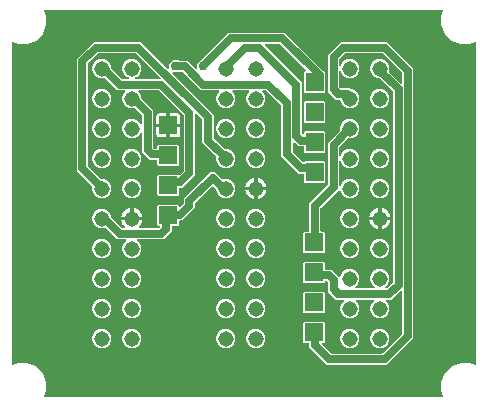
<source format=gbr>
G04 EAGLE Gerber RS-274X export*
G75*
%MOMM*%
%FSLAX34Y34*%
%LPD*%
%INTop Copper*%
%IPPOS*%
%AMOC8*
5,1,8,0,0,1.08239X$1,22.5*%
G01*
%ADD10C,1.308000*%
%ADD11R,1.508000X1.508000*%
%ADD12C,0.635000*%
%ADD13C,0.756400*%

G36*
X375844Y10930D02*
X375844Y10930D01*
X375890Y10928D01*
X375965Y10950D01*
X376042Y10962D01*
X376082Y10984D01*
X376126Y10997D01*
X376190Y11041D01*
X376259Y11078D01*
X376291Y11111D01*
X376328Y11137D01*
X376375Y11200D01*
X376428Y11256D01*
X376448Y11298D01*
X376475Y11334D01*
X376499Y11408D01*
X376532Y11479D01*
X376537Y11525D01*
X376551Y11568D01*
X376550Y11646D01*
X376559Y11723D01*
X376549Y11768D01*
X376549Y11814D01*
X376511Y11946D01*
X376507Y11964D01*
X376504Y11968D01*
X376502Y11975D01*
X374839Y15990D01*
X374839Y24010D01*
X377909Y31420D01*
X383580Y37091D01*
X390990Y40161D01*
X399010Y40161D01*
X403025Y38498D01*
X403069Y38487D01*
X403111Y38468D01*
X403188Y38459D01*
X403264Y38442D01*
X403310Y38446D01*
X403355Y38441D01*
X403432Y38457D01*
X403509Y38465D01*
X403551Y38483D01*
X403596Y38493D01*
X403663Y38533D01*
X403734Y38565D01*
X403768Y38596D01*
X403807Y38619D01*
X403858Y38678D01*
X403915Y38731D01*
X403937Y38771D01*
X403967Y38806D01*
X403996Y38879D01*
X404033Y38947D01*
X404042Y38992D01*
X404059Y39034D01*
X404074Y39170D01*
X404077Y39189D01*
X404076Y39194D01*
X404077Y39201D01*
X404077Y310799D01*
X404070Y310844D01*
X404072Y310890D01*
X404050Y310965D01*
X404038Y311042D01*
X404016Y311082D01*
X404003Y311126D01*
X403959Y311190D01*
X403922Y311259D01*
X403889Y311291D01*
X403863Y311328D01*
X403800Y311375D01*
X403744Y311428D01*
X403702Y311448D01*
X403666Y311475D01*
X403592Y311499D01*
X403521Y311532D01*
X403475Y311537D01*
X403432Y311551D01*
X403354Y311550D01*
X403277Y311559D01*
X403232Y311549D01*
X403186Y311549D01*
X403054Y311511D01*
X403036Y311507D01*
X403032Y311504D01*
X403025Y311502D01*
X399010Y309839D01*
X390990Y309839D01*
X383580Y312909D01*
X377909Y318580D01*
X374839Y325990D01*
X374839Y334010D01*
X376502Y338025D01*
X376513Y338069D01*
X376532Y338111D01*
X376541Y338188D01*
X376558Y338264D01*
X376554Y338310D01*
X376559Y338355D01*
X376543Y338432D01*
X376535Y338509D01*
X376517Y338551D01*
X376507Y338596D01*
X376467Y338663D01*
X376435Y338734D01*
X376404Y338768D01*
X376381Y338807D01*
X376322Y338858D01*
X376269Y338915D01*
X376229Y338937D01*
X376194Y338967D01*
X376121Y338996D01*
X376053Y339033D01*
X376008Y339042D01*
X375966Y339059D01*
X375830Y339074D01*
X375811Y339077D01*
X375806Y339076D01*
X375799Y339077D01*
X39201Y339077D01*
X39156Y339070D01*
X39110Y339072D01*
X39035Y339050D01*
X38958Y339038D01*
X38918Y339016D01*
X38874Y339003D01*
X38810Y338959D01*
X38741Y338922D01*
X38709Y338889D01*
X38672Y338863D01*
X38625Y338800D01*
X38572Y338744D01*
X38552Y338702D01*
X38525Y338666D01*
X38501Y338592D01*
X38468Y338521D01*
X38463Y338475D01*
X38449Y338432D01*
X38450Y338354D01*
X38441Y338277D01*
X38451Y338232D01*
X38451Y338186D01*
X38489Y338054D01*
X38493Y338036D01*
X38496Y338032D01*
X38498Y338025D01*
X40161Y334010D01*
X40161Y325990D01*
X37091Y318580D01*
X31420Y312909D01*
X24010Y309839D01*
X15990Y309839D01*
X11975Y311502D01*
X11931Y311513D01*
X11889Y311532D01*
X11812Y311541D01*
X11736Y311558D01*
X11690Y311554D01*
X11645Y311559D01*
X11568Y311543D01*
X11491Y311535D01*
X11449Y311517D01*
X11404Y311507D01*
X11337Y311467D01*
X11266Y311435D01*
X11232Y311404D01*
X11193Y311381D01*
X11142Y311322D01*
X11085Y311269D01*
X11063Y311229D01*
X11033Y311194D01*
X11004Y311121D01*
X10967Y311053D01*
X10958Y311008D01*
X10941Y310966D01*
X10926Y310830D01*
X10923Y310811D01*
X10924Y310806D01*
X10923Y310799D01*
X10923Y39201D01*
X10930Y39156D01*
X10928Y39110D01*
X10950Y39035D01*
X10962Y38958D01*
X10984Y38918D01*
X10997Y38874D01*
X11041Y38810D01*
X11078Y38741D01*
X11111Y38709D01*
X11137Y38672D01*
X11200Y38625D01*
X11256Y38572D01*
X11298Y38552D01*
X11334Y38525D01*
X11408Y38501D01*
X11479Y38468D01*
X11525Y38463D01*
X11568Y38449D01*
X11646Y38450D01*
X11723Y38441D01*
X11768Y38451D01*
X11814Y38451D01*
X11946Y38489D01*
X11964Y38493D01*
X11968Y38496D01*
X11975Y38498D01*
X15990Y40161D01*
X24010Y40161D01*
X31420Y37091D01*
X37091Y31420D01*
X40161Y24010D01*
X40161Y15990D01*
X38498Y11975D01*
X38487Y11931D01*
X38468Y11889D01*
X38459Y11812D01*
X38442Y11736D01*
X38446Y11690D01*
X38441Y11645D01*
X38457Y11568D01*
X38465Y11491D01*
X38483Y11449D01*
X38493Y11404D01*
X38533Y11337D01*
X38565Y11266D01*
X38596Y11232D01*
X38619Y11193D01*
X38678Y11142D01*
X38731Y11085D01*
X38771Y11063D01*
X38806Y11033D01*
X38879Y11004D01*
X38947Y10967D01*
X38992Y10958D01*
X39034Y10941D01*
X39170Y10926D01*
X39189Y10923D01*
X39194Y10924D01*
X39201Y10923D01*
X375799Y10923D01*
X375844Y10930D01*
G37*
%LPC*%
G36*
X85696Y179635D02*
X85696Y179635D01*
X82732Y180863D01*
X80463Y183132D01*
X79235Y186096D01*
X79235Y189393D01*
X79221Y189483D01*
X79213Y189574D01*
X79201Y189604D01*
X79196Y189636D01*
X79153Y189716D01*
X79117Y189800D01*
X79091Y189832D01*
X79080Y189853D01*
X79057Y189875D01*
X79012Y189931D01*
X69142Y199801D01*
X66166Y202777D01*
X66166Y297222D01*
X80730Y311786D01*
X120057Y311786D01*
X143000Y288843D01*
X143058Y288801D01*
X143110Y288751D01*
X143157Y288729D01*
X143199Y288699D01*
X143268Y288678D01*
X143333Y288648D01*
X143385Y288642D01*
X143435Y288627D01*
X143506Y288629D01*
X143577Y288621D01*
X143628Y288632D01*
X143680Y288633D01*
X143748Y288658D01*
X143818Y288673D01*
X143863Y288700D01*
X143911Y288718D01*
X143967Y288762D01*
X144029Y288799D01*
X144063Y288839D01*
X144103Y288871D01*
X144142Y288932D01*
X144189Y288986D01*
X144208Y289034D01*
X144236Y289078D01*
X144254Y289148D01*
X144281Y289214D01*
X144289Y289286D01*
X144297Y289317D01*
X144295Y289340D01*
X144299Y289381D01*
X144299Y293536D01*
X147408Y296645D01*
X151804Y296645D01*
X152188Y296261D01*
X152262Y296207D01*
X152332Y296148D01*
X152362Y296136D01*
X152388Y296117D01*
X152475Y296090D01*
X152560Y296056D01*
X152601Y296052D01*
X152623Y296045D01*
X152655Y296046D01*
X152726Y296038D01*
X159427Y296038D01*
X166622Y288843D01*
X166680Y288801D01*
X166732Y288751D01*
X166779Y288730D01*
X166821Y288699D01*
X166890Y288678D01*
X166955Y288648D01*
X167007Y288642D01*
X167057Y288627D01*
X167128Y288629D01*
X167199Y288621D01*
X167250Y288632D01*
X167302Y288633D01*
X167370Y288658D01*
X167440Y288673D01*
X167485Y288700D01*
X167533Y288718D01*
X167589Y288762D01*
X167651Y288799D01*
X167685Y288839D01*
X167725Y288871D01*
X167764Y288932D01*
X167811Y288986D01*
X167830Y289034D01*
X167858Y289078D01*
X167876Y289148D01*
X167903Y289214D01*
X167911Y289286D01*
X167919Y289317D01*
X167917Y289340D01*
X167921Y289381D01*
X167921Y293536D01*
X171030Y296645D01*
X171573Y296645D01*
X171663Y296659D01*
X171754Y296667D01*
X171784Y296679D01*
X171816Y296684D01*
X171896Y296727D01*
X171980Y296763D01*
X172012Y296789D01*
X172033Y296800D01*
X172055Y296823D01*
X172111Y296868D01*
X191927Y316684D01*
X194903Y319660D01*
X242104Y319660D01*
X273377Y288387D01*
X274476Y287288D01*
X274550Y287235D01*
X274619Y287175D01*
X274649Y287163D01*
X274675Y287144D01*
X274762Y287117D01*
X274847Y287083D01*
X274888Y287079D01*
X274911Y287072D01*
X274943Y287073D01*
X275014Y287065D01*
X275672Y287065D01*
X276565Y286172D01*
X276565Y269828D01*
X275672Y268935D01*
X259328Y268935D01*
X258435Y269828D01*
X258435Y286172D01*
X259328Y287065D01*
X259568Y287065D01*
X259639Y287076D01*
X259710Y287078D01*
X259759Y287096D01*
X259811Y287104D01*
X259874Y287138D01*
X259941Y287163D01*
X259982Y287195D01*
X260028Y287220D01*
X260078Y287272D01*
X260134Y287316D01*
X260162Y287360D01*
X260198Y287398D01*
X260228Y287463D01*
X260267Y287523D01*
X260279Y287574D01*
X260301Y287621D01*
X260309Y287692D01*
X260327Y287762D01*
X260323Y287814D01*
X260328Y287865D01*
X260313Y287936D01*
X260307Y288007D01*
X260287Y288055D01*
X260276Y288106D01*
X260239Y288167D01*
X260211Y288233D01*
X260166Y288289D01*
X260150Y288317D01*
X260132Y288332D01*
X260106Y288364D01*
X238433Y310037D01*
X238359Y310090D01*
X238290Y310150D01*
X238260Y310162D01*
X238234Y310181D01*
X238147Y310208D01*
X238062Y310242D01*
X238021Y310246D01*
X237998Y310253D01*
X237966Y310252D01*
X237895Y310260D01*
X225782Y310260D01*
X225711Y310249D01*
X225640Y310247D01*
X225591Y310229D01*
X225539Y310221D01*
X225476Y310187D01*
X225409Y310162D01*
X225368Y310130D01*
X225322Y310105D01*
X225272Y310053D01*
X225216Y310009D01*
X225188Y309965D01*
X225152Y309927D01*
X225122Y309862D01*
X225083Y309802D01*
X225071Y309751D01*
X225049Y309704D01*
X225041Y309633D01*
X225023Y309563D01*
X225027Y309511D01*
X225022Y309460D01*
X225037Y309389D01*
X225043Y309318D01*
X225063Y309270D01*
X225074Y309219D01*
X225111Y309158D01*
X225139Y309092D01*
X225184Y309036D01*
X225200Y309008D01*
X225218Y308993D01*
X225244Y308961D01*
X253692Y280513D01*
X256668Y277537D01*
X256668Y234545D01*
X256682Y234455D01*
X256690Y234364D01*
X256702Y234334D01*
X256707Y234302D01*
X256750Y234222D01*
X256786Y234138D01*
X256812Y234106D01*
X256823Y234085D01*
X256846Y234063D01*
X256891Y234007D01*
X257136Y233762D01*
X257194Y233720D01*
X257246Y233670D01*
X257293Y233648D01*
X257335Y233618D01*
X257404Y233597D01*
X257469Y233567D01*
X257521Y233561D01*
X257571Y233546D01*
X257642Y233548D01*
X257713Y233540D01*
X257764Y233551D01*
X257816Y233552D01*
X257884Y233577D01*
X257954Y233592D01*
X257998Y233619D01*
X258047Y233637D01*
X258103Y233681D01*
X258165Y233718D01*
X258199Y233758D01*
X258239Y233790D01*
X258278Y233851D01*
X258325Y233905D01*
X258344Y233953D01*
X258372Y233997D01*
X258390Y234067D01*
X258417Y234133D01*
X258425Y234205D01*
X258433Y234236D01*
X258431Y234259D01*
X258435Y234300D01*
X258435Y235372D01*
X259328Y236265D01*
X275672Y236265D01*
X276565Y235372D01*
X276565Y219028D01*
X275672Y218135D01*
X259328Y218135D01*
X258435Y219028D01*
X258435Y222885D01*
X258432Y222905D01*
X258434Y222924D01*
X258412Y223026D01*
X258396Y223128D01*
X258386Y223145D01*
X258382Y223165D01*
X258329Y223254D01*
X258280Y223345D01*
X258266Y223359D01*
X258256Y223376D01*
X258177Y223443D01*
X258102Y223515D01*
X258084Y223523D01*
X258069Y223536D01*
X257973Y223575D01*
X257879Y223618D01*
X257859Y223620D01*
X257841Y223628D01*
X257674Y223646D01*
X253958Y223646D01*
X250982Y226622D01*
X250244Y227360D01*
X250093Y227511D01*
X250035Y227553D01*
X249983Y227603D01*
X249936Y227624D01*
X249894Y227655D01*
X249825Y227676D01*
X249760Y227706D01*
X249708Y227712D01*
X249659Y227727D01*
X249587Y227725D01*
X249516Y227733D01*
X249465Y227722D01*
X249413Y227721D01*
X249345Y227696D01*
X249275Y227681D01*
X249230Y227654D01*
X249182Y227636D01*
X249126Y227592D01*
X249064Y227555D01*
X249030Y227515D01*
X248990Y227483D01*
X248951Y227422D01*
X248904Y227368D01*
X248885Y227320D01*
X248857Y227276D01*
X248839Y227206D01*
X248812Y227140D01*
X248804Y227069D01*
X248796Y227037D01*
X248798Y227014D01*
X248794Y226973D01*
X248794Y218797D01*
X248808Y218707D01*
X248816Y218616D01*
X248828Y218586D01*
X248833Y218554D01*
X248876Y218474D01*
X248912Y218390D01*
X248938Y218358D01*
X248949Y218337D01*
X248972Y218315D01*
X249017Y218259D01*
X257331Y209944D01*
X257347Y209933D01*
X257360Y209917D01*
X257447Y209861D01*
X257531Y209801D01*
X257550Y209795D01*
X257567Y209784D01*
X257667Y209759D01*
X257766Y209728D01*
X257786Y209729D01*
X257805Y209724D01*
X257908Y209732D01*
X258012Y209735D01*
X258031Y209741D01*
X258051Y209743D01*
X258145Y209783D01*
X258243Y209819D01*
X258259Y209832D01*
X258277Y209839D01*
X258408Y209944D01*
X259328Y210865D01*
X275672Y210865D01*
X276565Y209972D01*
X276565Y193628D01*
X275672Y192735D01*
X259328Y192735D01*
X258435Y193628D01*
X258435Y199263D01*
X258432Y199283D01*
X258434Y199302D01*
X258412Y199404D01*
X258396Y199506D01*
X258386Y199523D01*
X258382Y199543D01*
X258329Y199632D01*
X258280Y199723D01*
X258266Y199737D01*
X258256Y199754D01*
X258177Y199821D01*
X258102Y199893D01*
X258084Y199901D01*
X258069Y199914D01*
X257973Y199953D01*
X257879Y199996D01*
X257859Y199998D01*
X257841Y200006D01*
X257674Y200024D01*
X253958Y200024D01*
X239394Y214588D01*
X239394Y257580D01*
X239392Y257595D01*
X239393Y257607D01*
X239379Y257670D01*
X239372Y257761D01*
X239360Y257791D01*
X239355Y257823D01*
X239312Y257903D01*
X239276Y257987D01*
X239250Y258019D01*
X239239Y258040D01*
X239216Y258062D01*
X239171Y258118D01*
X226622Y270667D01*
X226548Y270720D01*
X226479Y270780D01*
X226449Y270792D01*
X226423Y270811D01*
X226336Y270838D01*
X226251Y270872D01*
X226210Y270876D01*
X226187Y270883D01*
X226155Y270882D01*
X226084Y270890D01*
X223953Y270890D01*
X223882Y270879D01*
X223810Y270877D01*
X223761Y270859D01*
X223710Y270851D01*
X223647Y270817D01*
X223579Y270792D01*
X223539Y270760D01*
X223493Y270735D01*
X223443Y270683D01*
X223387Y270639D01*
X223359Y270595D01*
X223323Y270557D01*
X223293Y270492D01*
X223254Y270432D01*
X223242Y270381D01*
X223220Y270334D01*
X223212Y270263D01*
X223194Y270193D01*
X223198Y270141D01*
X223193Y270090D01*
X223208Y270019D01*
X223213Y269948D01*
X223234Y269900D01*
X223245Y269849D01*
X223282Y269787D01*
X223310Y269722D01*
X223354Y269666D01*
X223371Y269638D01*
X223389Y269623D01*
X223414Y269591D01*
X224537Y268468D01*
X225765Y265504D01*
X225765Y262296D01*
X224537Y259332D01*
X222268Y257063D01*
X219304Y255835D01*
X216096Y255835D01*
X213132Y257063D01*
X210863Y259332D01*
X209635Y262296D01*
X209635Y265504D01*
X210863Y268468D01*
X211986Y269591D01*
X212027Y269649D01*
X212077Y269701D01*
X212099Y269748D01*
X212129Y269790D01*
X212150Y269859D01*
X212180Y269924D01*
X212186Y269976D01*
X212201Y270026D01*
X212200Y270097D01*
X212207Y270168D01*
X212196Y270219D01*
X212195Y270271D01*
X212170Y270339D01*
X212155Y270409D01*
X212128Y270454D01*
X212111Y270502D01*
X212066Y270558D01*
X212029Y270620D01*
X211989Y270654D01*
X211957Y270694D01*
X211897Y270733D01*
X211842Y270780D01*
X211794Y270799D01*
X211750Y270827D01*
X211680Y270845D01*
X211614Y270872D01*
X211543Y270880D01*
X211511Y270888D01*
X211488Y270886D01*
X211447Y270890D01*
X198553Y270890D01*
X198482Y270879D01*
X198410Y270877D01*
X198361Y270859D01*
X198310Y270851D01*
X198247Y270817D01*
X198179Y270792D01*
X198139Y270760D01*
X198093Y270735D01*
X198043Y270683D01*
X197987Y270639D01*
X197959Y270595D01*
X197923Y270557D01*
X197893Y270492D01*
X197854Y270432D01*
X197842Y270381D01*
X197820Y270334D01*
X197812Y270263D01*
X197794Y270193D01*
X197798Y270141D01*
X197793Y270090D01*
X197808Y270019D01*
X197813Y269948D01*
X197834Y269900D01*
X197845Y269849D01*
X197882Y269787D01*
X197910Y269722D01*
X197954Y269666D01*
X197971Y269638D01*
X197989Y269623D01*
X198014Y269591D01*
X199137Y268468D01*
X200365Y265504D01*
X200365Y262296D01*
X199137Y259332D01*
X196868Y257063D01*
X193904Y255835D01*
X190696Y255835D01*
X187732Y257063D01*
X185463Y259332D01*
X184235Y262296D01*
X184235Y265504D01*
X185463Y268468D01*
X186586Y269591D01*
X186627Y269649D01*
X186677Y269701D01*
X186699Y269748D01*
X186729Y269790D01*
X186750Y269859D01*
X186780Y269924D01*
X186786Y269976D01*
X186801Y270026D01*
X186800Y270097D01*
X186807Y270168D01*
X186796Y270219D01*
X186795Y270271D01*
X186770Y270339D01*
X186755Y270409D01*
X186728Y270454D01*
X186711Y270502D01*
X186666Y270558D01*
X186629Y270620D01*
X186589Y270654D01*
X186557Y270694D01*
X186497Y270733D01*
X186442Y270780D01*
X186394Y270799D01*
X186350Y270827D01*
X186280Y270845D01*
X186214Y270872D01*
X186143Y270880D01*
X186111Y270888D01*
X186088Y270886D01*
X186047Y270890D01*
X171281Y270890D01*
X155756Y286415D01*
X155682Y286468D01*
X155613Y286528D01*
X155583Y286540D01*
X155557Y286559D01*
X155470Y286586D01*
X155385Y286620D01*
X155344Y286624D01*
X155321Y286631D01*
X155289Y286630D01*
X155218Y286638D01*
X152726Y286638D01*
X152636Y286624D01*
X152545Y286616D01*
X152516Y286604D01*
X152484Y286599D01*
X152403Y286556D01*
X152319Y286520D01*
X152287Y286494D01*
X152266Y286483D01*
X152244Y286460D01*
X152188Y286415D01*
X151804Y286031D01*
X147649Y286031D01*
X147578Y286020D01*
X147507Y286018D01*
X147458Y286000D01*
X147406Y285992D01*
X147343Y285958D01*
X147276Y285933D01*
X147235Y285901D01*
X147189Y285876D01*
X147139Y285824D01*
X147083Y285780D01*
X147055Y285736D01*
X147019Y285698D01*
X146989Y285633D01*
X146950Y285573D01*
X146938Y285522D01*
X146916Y285475D01*
X146908Y285404D01*
X146890Y285334D01*
X146894Y285282D01*
X146889Y285231D01*
X146904Y285160D01*
X146910Y285089D01*
X146930Y285041D01*
X146941Y284990D01*
X146978Y284929D01*
X147006Y284863D01*
X147051Y284807D01*
X147067Y284779D01*
X147085Y284764D01*
X147111Y284732D01*
X178889Y252954D01*
X181865Y249978D01*
X181865Y230608D01*
X181879Y230518D01*
X181887Y230427D01*
X181899Y230397D01*
X181904Y230365D01*
X181947Y230285D01*
X181983Y230201D01*
X182009Y230169D01*
X182020Y230148D01*
X182043Y230126D01*
X182088Y230070D01*
X190737Y221421D01*
X190806Y221371D01*
X190870Y221315D01*
X190905Y221300D01*
X190936Y221277D01*
X190997Y221258D01*
X191008Y221250D01*
X191072Y221229D01*
X191096Y221219D01*
X191106Y221218D01*
X191192Y221183D01*
X191224Y221180D01*
X191242Y221174D01*
X191275Y221174D01*
X191358Y221165D01*
X193904Y221165D01*
X196868Y219937D01*
X199137Y217668D01*
X200365Y214704D01*
X200365Y211496D01*
X199137Y208532D01*
X196868Y206263D01*
X193904Y205035D01*
X190696Y205035D01*
X187732Y206263D01*
X185463Y208532D01*
X184235Y211496D01*
X184235Y214314D01*
X184221Y214404D01*
X184213Y214495D01*
X184201Y214525D01*
X184196Y214557D01*
X184153Y214637D01*
X184117Y214721D01*
X184091Y214753D01*
X184080Y214774D01*
X184057Y214796D01*
X184012Y214852D01*
X172465Y226399D01*
X172465Y245769D01*
X172451Y245859D01*
X172443Y245950D01*
X172431Y245980D01*
X172426Y246012D01*
X172383Y246092D01*
X172347Y246176D01*
X172321Y246208D01*
X172310Y246229D01*
X172287Y246251D01*
X172242Y246307D01*
X167416Y251133D01*
X167358Y251175D01*
X167306Y251225D01*
X167259Y251246D01*
X167217Y251277D01*
X167148Y251298D01*
X167083Y251328D01*
X167031Y251334D01*
X166981Y251349D01*
X166910Y251347D01*
X166839Y251355D01*
X166788Y251344D01*
X166736Y251343D01*
X166668Y251318D01*
X166598Y251303D01*
X166553Y251276D01*
X166505Y251258D01*
X166449Y251214D01*
X166387Y251177D01*
X166353Y251137D01*
X166313Y251105D01*
X166274Y251044D01*
X166227Y250990D01*
X166208Y250942D01*
X166180Y250898D01*
X166162Y250828D01*
X166135Y250762D01*
X166127Y250690D01*
X166119Y250659D01*
X166121Y250636D01*
X166117Y250595D01*
X166117Y198840D01*
X155490Y188213D01*
X153326Y188213D01*
X153306Y188210D01*
X153287Y188212D01*
X153185Y188190D01*
X153083Y188174D01*
X153066Y188164D01*
X153046Y188160D01*
X152957Y188107D01*
X152866Y188058D01*
X152852Y188044D01*
X152835Y188034D01*
X152768Y187955D01*
X152696Y187880D01*
X152688Y187862D01*
X152675Y187847D01*
X152636Y187751D01*
X152593Y187657D01*
X152591Y187637D01*
X152583Y187619D01*
X152565Y187452D01*
X152565Y182228D01*
X151672Y181335D01*
X135328Y181335D01*
X134435Y182228D01*
X134435Y198572D01*
X135328Y199465D01*
X151672Y199465D01*
X152022Y199115D01*
X152038Y199103D01*
X152050Y199087D01*
X152138Y199031D01*
X152221Y198971D01*
X152240Y198965D01*
X152257Y198954D01*
X152358Y198929D01*
X152456Y198899D01*
X152476Y198899D01*
X152496Y198894D01*
X152599Y198902D01*
X152702Y198905D01*
X152721Y198912D01*
X152741Y198914D01*
X152836Y198954D01*
X152933Y198990D01*
X152949Y199002D01*
X152967Y199010D01*
X153098Y199115D01*
X156494Y202511D01*
X156547Y202585D01*
X156607Y202654D01*
X156619Y202684D01*
X156638Y202710D01*
X156665Y202798D01*
X156699Y202882D01*
X156703Y202923D01*
X156710Y202946D01*
X156709Y202978D01*
X156717Y203049D01*
X156717Y249706D01*
X156703Y249796D01*
X156695Y249887D01*
X156683Y249917D01*
X156678Y249949D01*
X156635Y250029D01*
X156599Y250113D01*
X156573Y250145D01*
X156562Y250166D01*
X156539Y250188D01*
X156494Y250244D01*
X136071Y270667D01*
X135997Y270720D01*
X135928Y270780D01*
X135898Y270792D01*
X135872Y270811D01*
X135785Y270838D01*
X135700Y270872D01*
X135659Y270876D01*
X135636Y270883D01*
X135604Y270882D01*
X135533Y270890D01*
X118953Y270890D01*
X118882Y270879D01*
X118810Y270877D01*
X118761Y270859D01*
X118710Y270851D01*
X118647Y270817D01*
X118579Y270792D01*
X118539Y270760D01*
X118493Y270735D01*
X118443Y270683D01*
X118387Y270639D01*
X118359Y270595D01*
X118323Y270557D01*
X118293Y270492D01*
X118254Y270432D01*
X118242Y270381D01*
X118220Y270334D01*
X118212Y270263D01*
X118194Y270193D01*
X118198Y270141D01*
X118193Y270090D01*
X118208Y270019D01*
X118213Y269948D01*
X118234Y269900D01*
X118245Y269849D01*
X118282Y269787D01*
X118310Y269722D01*
X118354Y269666D01*
X118371Y269638D01*
X118389Y269623D01*
X118414Y269591D01*
X119537Y268468D01*
X120765Y265504D01*
X120765Y264149D01*
X120779Y264059D01*
X120787Y263968D01*
X120799Y263938D01*
X120804Y263906D01*
X120847Y263826D01*
X120883Y263742D01*
X120909Y263710D01*
X120920Y263689D01*
X120943Y263667D01*
X120988Y263611D01*
X130684Y253915D01*
X130684Y222734D01*
X130698Y222644D01*
X130706Y222553D01*
X130718Y222523D01*
X130723Y222491D01*
X130766Y222411D01*
X130802Y222327D01*
X130828Y222295D01*
X130839Y222274D01*
X130862Y222252D01*
X130907Y222196D01*
X131645Y221458D01*
X131719Y221405D01*
X131788Y221345D01*
X131818Y221333D01*
X131844Y221314D01*
X131931Y221287D01*
X132016Y221253D01*
X132057Y221249D01*
X132080Y221242D01*
X132112Y221243D01*
X132183Y221235D01*
X133674Y221235D01*
X133694Y221238D01*
X133713Y221236D01*
X133815Y221258D01*
X133917Y221274D01*
X133934Y221284D01*
X133954Y221288D01*
X134043Y221341D01*
X134134Y221390D01*
X134148Y221404D01*
X134165Y221414D01*
X134232Y221493D01*
X134304Y221568D01*
X134312Y221586D01*
X134325Y221601D01*
X134364Y221697D01*
X134407Y221791D01*
X134409Y221811D01*
X134417Y221829D01*
X134435Y221996D01*
X134435Y223972D01*
X135328Y224865D01*
X151672Y224865D01*
X152565Y223972D01*
X152565Y207628D01*
X151672Y206735D01*
X135328Y206735D01*
X134435Y207628D01*
X134435Y211074D01*
X134432Y211094D01*
X134434Y211113D01*
X134412Y211215D01*
X134396Y211317D01*
X134386Y211334D01*
X134382Y211354D01*
X134329Y211443D01*
X134280Y211534D01*
X134266Y211548D01*
X134256Y211565D01*
X134177Y211632D01*
X134102Y211704D01*
X134084Y211712D01*
X134069Y211725D01*
X133973Y211764D01*
X133879Y211807D01*
X133859Y211809D01*
X133841Y211817D01*
X133674Y211835D01*
X127974Y211835D01*
X121284Y218525D01*
X121284Y234323D01*
X121269Y234419D01*
X121259Y234516D01*
X121249Y234540D01*
X121245Y234566D01*
X121199Y234652D01*
X121159Y234741D01*
X121142Y234760D01*
X121129Y234783D01*
X121059Y234850D01*
X120993Y234922D01*
X120970Y234935D01*
X120951Y234953D01*
X120863Y234994D01*
X120777Y235041D01*
X120752Y235045D01*
X120728Y235056D01*
X120631Y235067D01*
X120535Y235084D01*
X120509Y235080D01*
X120484Y235083D01*
X120388Y235063D01*
X120292Y235048D01*
X120269Y235037D01*
X120243Y235031D01*
X120160Y234981D01*
X120073Y234937D01*
X120054Y234918D01*
X120032Y234905D01*
X119969Y234831D01*
X119901Y234761D01*
X119885Y234733D01*
X119872Y234718D01*
X119860Y234687D01*
X119820Y234614D01*
X119537Y233932D01*
X117268Y231663D01*
X114304Y230435D01*
X111096Y230435D01*
X108132Y231663D01*
X105863Y233932D01*
X104635Y236896D01*
X104635Y240104D01*
X105863Y243068D01*
X108132Y245337D01*
X111096Y246565D01*
X114304Y246565D01*
X117268Y245337D01*
X119537Y243068D01*
X119820Y242386D01*
X119871Y242303D01*
X119917Y242217D01*
X119935Y242199D01*
X119949Y242177D01*
X120025Y242114D01*
X120095Y242047D01*
X120119Y242036D01*
X120139Y242020D01*
X120230Y241985D01*
X120318Y241944D01*
X120344Y241941D01*
X120368Y241932D01*
X120466Y241927D01*
X120562Y241917D01*
X120588Y241922D01*
X120614Y241921D01*
X120708Y241948D01*
X120803Y241969D01*
X120825Y241982D01*
X120850Y241990D01*
X120930Y242045D01*
X121014Y242095D01*
X121031Y242115D01*
X121052Y242130D01*
X121111Y242208D01*
X121174Y242282D01*
X121184Y242306D01*
X121199Y242327D01*
X121229Y242420D01*
X121266Y242510D01*
X121269Y242543D01*
X121275Y242561D01*
X121275Y242594D01*
X121284Y242677D01*
X121284Y249706D01*
X121270Y249796D01*
X121262Y249887D01*
X121250Y249917D01*
X121245Y249949D01*
X121202Y250029D01*
X121166Y250113D01*
X121140Y250145D01*
X121129Y250166D01*
X121106Y250188D01*
X121061Y250244D01*
X115488Y255817D01*
X115394Y255885D01*
X115300Y255955D01*
X115294Y255957D01*
X115289Y255961D01*
X115178Y255995D01*
X115066Y256031D01*
X115060Y256031D01*
X115054Y256033D01*
X114937Y256030D01*
X114820Y256029D01*
X114813Y256027D01*
X114808Y256027D01*
X114790Y256020D01*
X114659Y255982D01*
X114304Y255835D01*
X111096Y255835D01*
X108132Y257063D01*
X105863Y259332D01*
X104635Y262296D01*
X104635Y265504D01*
X105863Y268468D01*
X106986Y269591D01*
X107027Y269649D01*
X107077Y269701D01*
X107099Y269748D01*
X107129Y269790D01*
X107150Y269859D01*
X107180Y269924D01*
X107186Y269976D01*
X107201Y270026D01*
X107200Y270097D01*
X107207Y270168D01*
X107196Y270219D01*
X107195Y270271D01*
X107170Y270339D01*
X107155Y270409D01*
X107128Y270454D01*
X107111Y270502D01*
X107066Y270558D01*
X107029Y270620D01*
X106989Y270654D01*
X106957Y270694D01*
X106897Y270733D01*
X106842Y270780D01*
X106794Y270799D01*
X106750Y270827D01*
X106680Y270845D01*
X106614Y270872D01*
X106543Y270880D01*
X106511Y270888D01*
X106488Y270886D01*
X106447Y270890D01*
X100415Y270890D01*
X97439Y273866D01*
X90088Y281217D01*
X89994Y281285D01*
X89900Y281355D01*
X89894Y281357D01*
X89889Y281361D01*
X89777Y281395D01*
X89666Y281431D01*
X89660Y281431D01*
X89654Y281433D01*
X89537Y281430D01*
X89420Y281429D01*
X89413Y281427D01*
X89408Y281427D01*
X89390Y281420D01*
X89259Y281382D01*
X88904Y281235D01*
X85696Y281235D01*
X82732Y282463D01*
X80463Y284732D01*
X79235Y287696D01*
X79235Y290904D01*
X80463Y293868D01*
X82732Y296137D01*
X85696Y297365D01*
X88904Y297365D01*
X91868Y296137D01*
X94137Y293868D01*
X95365Y290904D01*
X95365Y289549D01*
X95379Y289459D01*
X95387Y289368D01*
X95399Y289338D01*
X95404Y289306D01*
X95425Y289267D01*
X95427Y289260D01*
X95444Y289232D01*
X95447Y289226D01*
X95483Y289142D01*
X95509Y289110D01*
X95520Y289089D01*
X95542Y289067D01*
X95553Y289049D01*
X95565Y289039D01*
X95588Y289011D01*
X104086Y280513D01*
X104160Y280460D01*
X104229Y280400D01*
X104259Y280388D01*
X104285Y280369D01*
X104372Y280342D01*
X104457Y280308D01*
X104498Y280304D01*
X104521Y280297D01*
X104553Y280298D01*
X104624Y280290D01*
X109552Y280290D01*
X109648Y280305D01*
X109745Y280315D01*
X109769Y280325D01*
X109794Y280329D01*
X109880Y280375D01*
X109969Y280415D01*
X109989Y280432D01*
X110012Y280445D01*
X110079Y280515D01*
X110150Y280581D01*
X110163Y280604D01*
X110181Y280623D01*
X110222Y280711D01*
X110269Y280797D01*
X110274Y280822D01*
X110285Y280846D01*
X110295Y280943D01*
X110313Y281039D01*
X110309Y281065D01*
X110312Y281090D01*
X110291Y281186D01*
X110277Y281282D01*
X110265Y281305D01*
X110260Y281331D01*
X110210Y281414D01*
X110165Y281501D01*
X110147Y281520D01*
X110133Y281542D01*
X110059Y281605D01*
X109990Y281673D01*
X109961Y281689D01*
X109946Y281702D01*
X109916Y281714D01*
X109843Y281754D01*
X108132Y282463D01*
X105863Y284732D01*
X104635Y287696D01*
X104635Y290904D01*
X105863Y293868D01*
X108132Y296137D01*
X111096Y297365D01*
X114304Y297365D01*
X117268Y296137D01*
X119537Y293868D01*
X120765Y290904D01*
X120765Y287696D01*
X119537Y284732D01*
X117268Y282463D01*
X115557Y281754D01*
X115474Y281703D01*
X115388Y281657D01*
X115370Y281639D01*
X115348Y281625D01*
X115286Y281549D01*
X115219Y281479D01*
X115208Y281455D01*
X115191Y281435D01*
X115156Y281344D01*
X115115Y281256D01*
X115112Y281230D01*
X115103Y281206D01*
X115099Y281108D01*
X115088Y281012D01*
X115094Y280986D01*
X115093Y280960D01*
X115120Y280866D01*
X115140Y280771D01*
X115154Y280749D01*
X115161Y280724D01*
X115217Y280644D01*
X115267Y280560D01*
X115287Y280543D01*
X115301Y280522D01*
X115380Y280463D01*
X115454Y280400D01*
X115478Y280390D01*
X115499Y280375D01*
X115591Y280345D01*
X115682Y280308D01*
X115714Y280305D01*
X115733Y280299D01*
X115766Y280299D01*
X115848Y280290D01*
X136422Y280290D01*
X136493Y280301D01*
X136564Y280303D01*
X136613Y280321D01*
X136665Y280329D01*
X136728Y280363D01*
X136795Y280388D01*
X136836Y280420D01*
X136882Y280445D01*
X136932Y280497D01*
X136988Y280541D01*
X137016Y280585D01*
X137052Y280623D01*
X137082Y280688D01*
X137121Y280748D01*
X137133Y280799D01*
X137155Y280846D01*
X137163Y280917D01*
X137181Y280987D01*
X137177Y281039D01*
X137182Y281090D01*
X137167Y281161D01*
X137161Y281232D01*
X137141Y281280D01*
X137130Y281331D01*
X137093Y281392D01*
X137065Y281458D01*
X137020Y281514D01*
X137004Y281542D01*
X136986Y281557D01*
X136960Y281589D01*
X116386Y302163D01*
X116312Y302216D01*
X116243Y302276D01*
X116213Y302288D01*
X116187Y302307D01*
X116100Y302334D01*
X116015Y302368D01*
X115974Y302372D01*
X115951Y302379D01*
X115919Y302378D01*
X115848Y302386D01*
X84939Y302386D01*
X84849Y302372D01*
X84758Y302364D01*
X84728Y302352D01*
X84696Y302347D01*
X84616Y302304D01*
X84532Y302268D01*
X84500Y302242D01*
X84479Y302231D01*
X84457Y302208D01*
X84401Y302163D01*
X75789Y293551D01*
X75736Y293477D01*
X75676Y293408D01*
X75664Y293378D01*
X75645Y293352D01*
X75618Y293265D01*
X75584Y293180D01*
X75580Y293139D01*
X75573Y293116D01*
X75574Y293084D01*
X75566Y293013D01*
X75566Y206986D01*
X75580Y206896D01*
X75588Y206805D01*
X75600Y206775D01*
X75605Y206743D01*
X75648Y206663D01*
X75684Y206579D01*
X75710Y206547D01*
X75721Y206526D01*
X75744Y206504D01*
X75789Y206448D01*
X86249Y195988D01*
X86323Y195935D01*
X86392Y195875D01*
X86422Y195863D01*
X86448Y195844D01*
X86535Y195817D01*
X86620Y195783D01*
X86661Y195779D01*
X86684Y195772D01*
X86716Y195773D01*
X86787Y195765D01*
X88904Y195765D01*
X91868Y194537D01*
X94137Y192268D01*
X95365Y189304D01*
X95365Y186096D01*
X94137Y183132D01*
X91868Y180863D01*
X88904Y179635D01*
X85696Y179635D01*
G37*
%LPD*%
%LPC*%
G36*
X277580Y38607D02*
X277580Y38607D01*
X263016Y53171D01*
X263016Y55974D01*
X263013Y55994D01*
X263015Y56013D01*
X262993Y56115D01*
X262977Y56217D01*
X262967Y56234D01*
X262963Y56254D01*
X262910Y56343D01*
X262861Y56434D01*
X262847Y56448D01*
X262837Y56465D01*
X262758Y56532D01*
X262683Y56604D01*
X262665Y56612D01*
X262650Y56625D01*
X262554Y56664D01*
X262460Y56707D01*
X262440Y56709D01*
X262422Y56717D01*
X262255Y56735D01*
X258828Y56735D01*
X257935Y57628D01*
X257935Y73972D01*
X258828Y74865D01*
X275172Y74865D01*
X276065Y73972D01*
X276065Y57628D01*
X275172Y56735D01*
X274583Y56735D01*
X274512Y56724D01*
X274441Y56722D01*
X274392Y56704D01*
X274340Y56696D01*
X274277Y56662D01*
X274210Y56637D01*
X274169Y56605D01*
X274123Y56580D01*
X274073Y56528D01*
X274017Y56484D01*
X273989Y56440D01*
X273953Y56402D01*
X273923Y56337D01*
X273884Y56277D01*
X273872Y56226D01*
X273850Y56179D01*
X273842Y56108D01*
X273824Y56038D01*
X273828Y55986D01*
X273823Y55935D01*
X273838Y55864D01*
X273844Y55793D01*
X273864Y55745D01*
X273875Y55694D01*
X273912Y55633D01*
X273940Y55567D01*
X273985Y55511D01*
X274001Y55483D01*
X274019Y55468D01*
X274045Y55436D01*
X281251Y48230D01*
X281325Y48177D01*
X281394Y48117D01*
X281424Y48105D01*
X281450Y48086D01*
X281537Y48059D01*
X281622Y48025D01*
X281663Y48021D01*
X281686Y48014D01*
X281718Y48015D01*
X281789Y48007D01*
X324509Y48007D01*
X324599Y48021D01*
X324690Y48029D01*
X324720Y48041D01*
X324752Y48046D01*
X324832Y48089D01*
X324916Y48125D01*
X324948Y48151D01*
X324969Y48162D01*
X324991Y48185D01*
X325047Y48230D01*
X341533Y64716D01*
X341586Y64790D01*
X341646Y64859D01*
X341658Y64889D01*
X341677Y64915D01*
X341704Y65002D01*
X341738Y65087D01*
X341742Y65128D01*
X341749Y65151D01*
X341748Y65183D01*
X341756Y65254D01*
X341756Y100989D01*
X341745Y101060D01*
X341743Y101132D01*
X341725Y101180D01*
X341717Y101232D01*
X341683Y101295D01*
X341658Y101363D01*
X341626Y101403D01*
X341601Y101449D01*
X341549Y101499D01*
X341505Y101555D01*
X341461Y101583D01*
X341423Y101619D01*
X341358Y101649D01*
X341298Y101688D01*
X341247Y101700D01*
X341200Y101722D01*
X341129Y101730D01*
X341059Y101748D01*
X341007Y101744D01*
X340956Y101749D01*
X340885Y101734D01*
X340814Y101728D01*
X340766Y101708D01*
X340715Y101697D01*
X340654Y101660D01*
X340588Y101632D01*
X340532Y101587D01*
X340504Y101571D01*
X340489Y101553D01*
X340457Y101527D01*
X340306Y101376D01*
X332655Y93725D01*
X328318Y93725D01*
X328247Y93714D01*
X328175Y93712D01*
X328126Y93694D01*
X328075Y93686D01*
X328012Y93652D01*
X327944Y93627D01*
X327904Y93595D01*
X327858Y93570D01*
X327808Y93518D01*
X327752Y93474D01*
X327724Y93430D01*
X327688Y93392D01*
X327658Y93327D01*
X327619Y93267D01*
X327607Y93216D01*
X327585Y93169D01*
X327577Y93098D01*
X327559Y93028D01*
X327563Y92976D01*
X327558Y92925D01*
X327573Y92854D01*
X327578Y92783D01*
X327599Y92735D01*
X327610Y92684D01*
X327647Y92623D01*
X327675Y92557D01*
X327719Y92501D01*
X327736Y92473D01*
X327754Y92458D01*
X327779Y92426D01*
X329537Y90668D01*
X330765Y87704D01*
X330765Y84496D01*
X329537Y81532D01*
X327268Y79263D01*
X324304Y78035D01*
X321096Y78035D01*
X318132Y79263D01*
X315863Y81532D01*
X314635Y84496D01*
X314635Y87704D01*
X315863Y90668D01*
X317621Y92426D01*
X317662Y92484D01*
X317712Y92536D01*
X317734Y92583D01*
X317764Y92625D01*
X317785Y92694D01*
X317815Y92759D01*
X317821Y92811D01*
X317836Y92861D01*
X317835Y92932D01*
X317842Y93003D01*
X317831Y93054D01*
X317830Y93106D01*
X317805Y93174D01*
X317790Y93244D01*
X317763Y93289D01*
X317746Y93337D01*
X317701Y93393D01*
X317664Y93455D01*
X317624Y93489D01*
X317592Y93529D01*
X317532Y93568D01*
X317477Y93615D01*
X317429Y93634D01*
X317385Y93662D01*
X317316Y93680D01*
X317249Y93707D01*
X317178Y93715D01*
X317146Y93723D01*
X317123Y93721D01*
X317082Y93725D01*
X302918Y93725D01*
X302847Y93714D01*
X302775Y93712D01*
X302726Y93694D01*
X302675Y93686D01*
X302612Y93652D01*
X302544Y93627D01*
X302504Y93595D01*
X302458Y93570D01*
X302408Y93518D01*
X302352Y93474D01*
X302324Y93430D01*
X302288Y93392D01*
X302258Y93327D01*
X302219Y93267D01*
X302207Y93216D01*
X302185Y93169D01*
X302177Y93098D01*
X302159Y93028D01*
X302163Y92976D01*
X302158Y92925D01*
X302173Y92854D01*
X302178Y92783D01*
X302199Y92735D01*
X302210Y92684D01*
X302247Y92623D01*
X302275Y92557D01*
X302319Y92501D01*
X302336Y92473D01*
X302354Y92458D01*
X302379Y92426D01*
X304137Y90668D01*
X305365Y87704D01*
X305365Y84496D01*
X304137Y81532D01*
X301868Y79263D01*
X298904Y78035D01*
X295696Y78035D01*
X292732Y79263D01*
X290463Y81532D01*
X289235Y84496D01*
X289235Y87704D01*
X290463Y90668D01*
X292221Y92426D01*
X292262Y92484D01*
X292312Y92536D01*
X292334Y92583D01*
X292364Y92625D01*
X292385Y92694D01*
X292415Y92759D01*
X292421Y92811D01*
X292436Y92861D01*
X292435Y92932D01*
X292442Y93003D01*
X292431Y93054D01*
X292430Y93106D01*
X292405Y93174D01*
X292390Y93244D01*
X292363Y93289D01*
X292346Y93337D01*
X292301Y93393D01*
X292264Y93455D01*
X292224Y93489D01*
X292192Y93529D01*
X292132Y93568D01*
X292077Y93615D01*
X292029Y93634D01*
X291985Y93662D01*
X291916Y93680D01*
X291849Y93707D01*
X291778Y93715D01*
X291746Y93723D01*
X291723Y93721D01*
X291682Y93725D01*
X285454Y93725D01*
X278764Y100415D01*
X278764Y107974D01*
X278750Y108064D01*
X278742Y108155D01*
X278730Y108185D01*
X278725Y108217D01*
X278682Y108297D01*
X278646Y108381D01*
X278620Y108413D01*
X278609Y108434D01*
X278586Y108456D01*
X278541Y108512D01*
X277803Y109250D01*
X277729Y109303D01*
X277660Y109363D01*
X277630Y109375D01*
X277604Y109394D01*
X277517Y109421D01*
X277432Y109455D01*
X277391Y109459D01*
X277368Y109466D01*
X277336Y109465D01*
X277265Y109473D01*
X276826Y109473D01*
X276806Y109470D01*
X276787Y109472D01*
X276685Y109450D01*
X276583Y109434D01*
X276566Y109424D01*
X276546Y109420D01*
X276457Y109367D01*
X276366Y109318D01*
X276352Y109304D01*
X276335Y109294D01*
X276268Y109215D01*
X276196Y109140D01*
X276188Y109122D01*
X276175Y109107D01*
X276136Y109011D01*
X276093Y108917D01*
X276091Y108897D01*
X276083Y108879D01*
X276065Y108712D01*
X276065Y108428D01*
X275172Y107535D01*
X258828Y107535D01*
X257935Y108428D01*
X257935Y124772D01*
X258828Y125665D01*
X275172Y125665D01*
X276065Y124772D01*
X276065Y119634D01*
X276068Y119614D01*
X276066Y119595D01*
X276088Y119493D01*
X276104Y119391D01*
X276114Y119374D01*
X276118Y119354D01*
X276171Y119265D01*
X276220Y119174D01*
X276234Y119160D01*
X276244Y119143D01*
X276323Y119076D01*
X276398Y119004D01*
X276416Y118996D01*
X276431Y118983D01*
X276527Y118944D01*
X276621Y118901D01*
X276641Y118899D01*
X276659Y118891D01*
X276826Y118873D01*
X281474Y118873D01*
X285188Y115159D01*
X287936Y112411D01*
X287994Y112369D01*
X288046Y112319D01*
X288093Y112298D01*
X288135Y112267D01*
X288204Y112246D01*
X288269Y112216D01*
X288321Y112210D01*
X288371Y112195D01*
X288442Y112197D01*
X288513Y112189D01*
X288564Y112200D01*
X288616Y112201D01*
X288684Y112226D01*
X288754Y112241D01*
X288799Y112268D01*
X288847Y112286D01*
X288903Y112330D01*
X288965Y112367D01*
X288999Y112407D01*
X289039Y112439D01*
X289078Y112500D01*
X289125Y112554D01*
X289144Y112602D01*
X289172Y112646D01*
X289190Y112716D01*
X289217Y112782D01*
X289225Y112854D01*
X289233Y112885D01*
X289231Y112908D01*
X289235Y112949D01*
X289235Y113104D01*
X290463Y116068D01*
X292732Y118337D01*
X295696Y119565D01*
X298904Y119565D01*
X301868Y118337D01*
X304137Y116068D01*
X305365Y113104D01*
X305365Y109896D01*
X304137Y106932D01*
X301868Y104663D01*
X301690Y104589D01*
X301607Y104538D01*
X301521Y104492D01*
X301503Y104473D01*
X301481Y104460D01*
X301419Y104385D01*
X301352Y104314D01*
X301341Y104290D01*
X301324Y104270D01*
X301289Y104179D01*
X301248Y104091D01*
X301245Y104065D01*
X301236Y104041D01*
X301232Y103943D01*
X301221Y103847D01*
X301227Y103821D01*
X301226Y103795D01*
X301253Y103701D01*
X301274Y103606D01*
X301287Y103584D01*
X301294Y103559D01*
X301350Y103479D01*
X301400Y103395D01*
X301420Y103378D01*
X301434Y103357D01*
X301513Y103299D01*
X301587Y103235D01*
X301611Y103225D01*
X301632Y103210D01*
X301724Y103180D01*
X301815Y103143D01*
X301847Y103140D01*
X301866Y103134D01*
X301899Y103134D01*
X301981Y103125D01*
X318019Y103125D01*
X318115Y103140D01*
X318212Y103150D01*
X318236Y103160D01*
X318261Y103164D01*
X318347Y103210D01*
X318436Y103250D01*
X318456Y103267D01*
X318479Y103280D01*
X318546Y103350D01*
X318617Y103416D01*
X318630Y103439D01*
X318648Y103458D01*
X318689Y103546D01*
X318736Y103632D01*
X318741Y103657D01*
X318752Y103681D01*
X318762Y103778D01*
X318780Y103874D01*
X318776Y103900D01*
X318779Y103925D01*
X318758Y104020D01*
X318744Y104117D01*
X318732Y104140D01*
X318726Y104166D01*
X318677Y104249D01*
X318632Y104336D01*
X318614Y104355D01*
X318600Y104377D01*
X318526Y104440D01*
X318457Y104508D01*
X318428Y104524D01*
X318413Y104537D01*
X318383Y104549D01*
X318310Y104589D01*
X318132Y104663D01*
X315863Y106932D01*
X314635Y109896D01*
X314635Y113104D01*
X315863Y116068D01*
X318132Y118337D01*
X321096Y119565D01*
X324304Y119565D01*
X327268Y118337D01*
X329537Y116068D01*
X330765Y113104D01*
X330765Y109896D01*
X329537Y106932D01*
X327268Y104663D01*
X327090Y104589D01*
X327007Y104538D01*
X326921Y104492D01*
X326903Y104473D01*
X326881Y104460D01*
X326819Y104385D01*
X326752Y104314D01*
X326741Y104290D01*
X326724Y104270D01*
X326689Y104179D01*
X326648Y104091D01*
X326645Y104065D01*
X326636Y104041D01*
X326632Y103943D01*
X326621Y103847D01*
X326627Y103821D01*
X326626Y103795D01*
X326653Y103701D01*
X326674Y103606D01*
X326687Y103584D01*
X326694Y103559D01*
X326750Y103479D01*
X326800Y103395D01*
X326820Y103378D01*
X326834Y103357D01*
X326913Y103299D01*
X326987Y103235D01*
X327011Y103225D01*
X327032Y103210D01*
X327124Y103180D01*
X327215Y103143D01*
X327247Y103140D01*
X327266Y103134D01*
X327299Y103134D01*
X327381Y103125D01*
X328446Y103125D01*
X328536Y103139D01*
X328627Y103147D01*
X328657Y103159D01*
X328689Y103164D01*
X328769Y103207D01*
X328853Y103243D01*
X328885Y103269D01*
X328906Y103280D01*
X328928Y103303D01*
X328984Y103348D01*
X333659Y108023D01*
X333712Y108097D01*
X333772Y108166D01*
X333784Y108196D01*
X333803Y108222D01*
X333830Y108309D01*
X333864Y108394D01*
X333868Y108435D01*
X333875Y108458D01*
X333874Y108490D01*
X333882Y108561D01*
X333882Y269391D01*
X333868Y269481D01*
X333860Y269572D01*
X333848Y269602D01*
X333843Y269634D01*
X333800Y269714D01*
X333764Y269798D01*
X333738Y269830D01*
X333727Y269851D01*
X333704Y269873D01*
X333659Y269929D01*
X322576Y281012D01*
X322502Y281065D01*
X322433Y281125D01*
X322403Y281137D01*
X322377Y281156D01*
X322290Y281183D01*
X322205Y281217D01*
X322164Y281221D01*
X322141Y281228D01*
X322109Y281227D01*
X322038Y281235D01*
X321096Y281235D01*
X318132Y282463D01*
X315863Y284732D01*
X314635Y287696D01*
X314635Y290904D01*
X315863Y293868D01*
X318132Y296137D01*
X321096Y297365D01*
X324304Y297365D01*
X327268Y296137D01*
X329537Y293868D01*
X330765Y290904D01*
X330765Y287696D01*
X330497Y287049D01*
X330470Y286936D01*
X330442Y286822D01*
X330442Y286816D01*
X330441Y286810D01*
X330452Y286693D01*
X330461Y286577D01*
X330463Y286571D01*
X330464Y286565D01*
X330512Y286457D01*
X330557Y286351D01*
X330562Y286345D01*
X330564Y286340D01*
X330576Y286326D01*
X330662Y286220D01*
X340306Y276576D01*
X340457Y276425D01*
X340515Y276383D01*
X340567Y276333D01*
X340614Y276312D01*
X340656Y276281D01*
X340725Y276260D01*
X340790Y276230D01*
X340842Y276224D01*
X340891Y276209D01*
X340963Y276211D01*
X341034Y276203D01*
X341085Y276214D01*
X341137Y276215D01*
X341205Y276240D01*
X341275Y276255D01*
X341320Y276282D01*
X341368Y276300D01*
X341424Y276344D01*
X341486Y276381D01*
X341520Y276421D01*
X341560Y276453D01*
X341599Y276514D01*
X341646Y276568D01*
X341665Y276616D01*
X341693Y276660D01*
X341711Y276730D01*
X341738Y276796D01*
X341746Y276867D01*
X341754Y276899D01*
X341752Y276922D01*
X341756Y276963D01*
X341756Y285139D01*
X341742Y285229D01*
X341734Y285320D01*
X341722Y285350D01*
X341717Y285382D01*
X341674Y285462D01*
X341638Y285546D01*
X341612Y285578D01*
X341601Y285599D01*
X341578Y285621D01*
X341533Y285677D01*
X325047Y302163D01*
X324973Y302216D01*
X324904Y302276D01*
X324874Y302288D01*
X324848Y302307D01*
X324761Y302334D01*
X324676Y302368D01*
X324635Y302372D01*
X324612Y302379D01*
X324580Y302378D01*
X324509Y302386D01*
X293600Y302386D01*
X293510Y302372D01*
X293419Y302364D01*
X293389Y302352D01*
X293357Y302347D01*
X293277Y302304D01*
X293193Y302268D01*
X293161Y302242D01*
X293140Y302231D01*
X293118Y302208D01*
X293062Y302163D01*
X288387Y297488D01*
X288334Y297414D01*
X288274Y297345D01*
X288262Y297315D01*
X288243Y297289D01*
X288216Y297202D01*
X288182Y297117D01*
X288178Y297076D01*
X288171Y297053D01*
X288172Y297021D01*
X288164Y296950D01*
X288164Y292144D01*
X288179Y292048D01*
X288189Y291951D01*
X288199Y291927D01*
X288203Y291902D01*
X288249Y291816D01*
X288289Y291727D01*
X288306Y291707D01*
X288319Y291684D01*
X288389Y291617D01*
X288455Y291545D01*
X288478Y291533D01*
X288497Y291515D01*
X288585Y291474D01*
X288671Y291427D01*
X288696Y291422D01*
X288720Y291411D01*
X288817Y291400D01*
X288913Y291383D01*
X288939Y291387D01*
X288964Y291384D01*
X289060Y291405D01*
X289156Y291419D01*
X289179Y291431D01*
X289205Y291436D01*
X289288Y291486D01*
X289375Y291530D01*
X289394Y291549D01*
X289416Y291562D01*
X289479Y291636D01*
X289547Y291706D01*
X289563Y291735D01*
X289576Y291749D01*
X289588Y291780D01*
X289628Y291853D01*
X290463Y293868D01*
X292732Y296137D01*
X295696Y297365D01*
X298904Y297365D01*
X301868Y296137D01*
X304137Y293868D01*
X305365Y290904D01*
X305365Y287696D01*
X304137Y284732D01*
X301868Y282463D01*
X298904Y281235D01*
X295696Y281235D01*
X292732Y282463D01*
X290463Y284732D01*
X289628Y286747D01*
X289577Y286830D01*
X289531Y286916D01*
X289512Y286934D01*
X289499Y286956D01*
X289424Y287018D01*
X289353Y287085D01*
X289329Y287096D01*
X289309Y287113D01*
X289218Y287148D01*
X289130Y287189D01*
X289104Y287192D01*
X289080Y287201D01*
X288982Y287205D01*
X288886Y287216D01*
X288860Y287210D01*
X288834Y287212D01*
X288740Y287184D01*
X288645Y287164D01*
X288623Y287150D01*
X288598Y287143D01*
X288518Y287087D01*
X288434Y287038D01*
X288417Y287018D01*
X288396Y287003D01*
X288337Y286925D01*
X288274Y286851D01*
X288264Y286826D01*
X288249Y286805D01*
X288219Y286713D01*
X288182Y286622D01*
X288179Y286590D01*
X288173Y286571D01*
X288173Y286538D01*
X288164Y286456D01*
X288164Y273915D01*
X288178Y273825D01*
X288186Y273734D01*
X288198Y273704D01*
X288203Y273672D01*
X288246Y273592D01*
X288282Y273508D01*
X288308Y273476D01*
X288319Y273455D01*
X288342Y273433D01*
X288387Y273377D01*
X289125Y272639D01*
X289199Y272586D01*
X289268Y272526D01*
X289298Y272514D01*
X289324Y272495D01*
X289411Y272468D01*
X289496Y272434D01*
X289537Y272430D01*
X289560Y272423D01*
X289592Y272424D01*
X289663Y272416D01*
X293916Y272416D01*
X294016Y272432D01*
X294117Y272443D01*
X294142Y272453D01*
X294159Y272455D01*
X294187Y272471D01*
X294273Y272505D01*
X294792Y272780D01*
X295870Y272449D01*
X295899Y272445D01*
X295927Y272434D01*
X296093Y272416D01*
X297222Y272416D01*
X297450Y272188D01*
X297524Y272135D01*
X297593Y272075D01*
X297623Y272063D01*
X297649Y272044D01*
X297736Y272017D01*
X297821Y271983D01*
X297862Y271979D01*
X297885Y271972D01*
X297917Y271973D01*
X297988Y271965D01*
X298904Y271965D01*
X301868Y270737D01*
X304137Y268468D01*
X305365Y265504D01*
X305365Y262296D01*
X304137Y259332D01*
X301868Y257063D01*
X298904Y255835D01*
X295696Y255835D01*
X292732Y257063D01*
X290463Y259332D01*
X289232Y262303D01*
X289212Y262396D01*
X289196Y262498D01*
X289186Y262515D01*
X289182Y262535D01*
X289129Y262624D01*
X289080Y262715D01*
X289066Y262729D01*
X289056Y262746D01*
X288977Y262813D01*
X288902Y262885D01*
X288884Y262893D01*
X288869Y262906D01*
X288773Y262945D01*
X288679Y262988D01*
X288659Y262990D01*
X288641Y262998D01*
X288474Y263016D01*
X285454Y263016D01*
X278764Y269706D01*
X278764Y301159D01*
X289391Y311786D01*
X328718Y311786D01*
X351156Y289348D01*
X351156Y61045D01*
X328718Y38607D01*
X277580Y38607D01*
G37*
%LPD*%
%LPC*%
G36*
X111096Y128835D02*
X111096Y128835D01*
X108132Y130063D01*
X105863Y132332D01*
X104635Y135296D01*
X104635Y138504D01*
X105863Y141468D01*
X108002Y143607D01*
X108043Y143665D01*
X108093Y143717D01*
X108115Y143764D01*
X108145Y143806D01*
X108166Y143875D01*
X108196Y143940D01*
X108202Y143992D01*
X108217Y144042D01*
X108216Y144113D01*
X108223Y144184D01*
X108212Y144235D01*
X108211Y144287D01*
X108186Y144355D01*
X108171Y144425D01*
X108144Y144470D01*
X108127Y144518D01*
X108082Y144574D01*
X108045Y144636D01*
X108005Y144670D01*
X107973Y144710D01*
X107913Y144749D01*
X107858Y144796D01*
X107810Y144815D01*
X107766Y144843D01*
X107697Y144861D01*
X107630Y144888D01*
X107559Y144896D01*
X107527Y144904D01*
X107504Y144902D01*
X107463Y144906D01*
X100415Y144906D01*
X97439Y147882D01*
X90807Y154515D01*
X90712Y154583D01*
X90618Y154653D01*
X90612Y154655D01*
X90607Y154658D01*
X90496Y154692D01*
X90384Y154729D01*
X90378Y154729D01*
X90372Y154731D01*
X90255Y154728D01*
X90138Y154726D01*
X90131Y154724D01*
X90126Y154724D01*
X90109Y154718D01*
X89977Y154680D01*
X88904Y154235D01*
X85696Y154235D01*
X82732Y155463D01*
X80463Y157732D01*
X79235Y160696D01*
X79235Y163904D01*
X80463Y166868D01*
X82732Y169137D01*
X85696Y170365D01*
X88904Y170365D01*
X91868Y169137D01*
X94137Y166868D01*
X95365Y163904D01*
X95365Y163565D01*
X95379Y163475D01*
X95387Y163384D01*
X95399Y163354D01*
X95404Y163322D01*
X95447Y163242D01*
X95483Y163158D01*
X95509Y163126D01*
X95520Y163105D01*
X95543Y163083D01*
X95588Y163027D01*
X104086Y154529D01*
X104160Y154476D01*
X104229Y154416D01*
X104259Y154404D01*
X104285Y154385D01*
X104372Y154358D01*
X104457Y154324D01*
X104498Y154320D01*
X104521Y154313D01*
X104553Y154314D01*
X104624Y154306D01*
X106014Y154306D01*
X106085Y154317D01*
X106157Y154319D01*
X106206Y154337D01*
X106257Y154345D01*
X106320Y154379D01*
X106388Y154404D01*
X106428Y154436D01*
X106475Y154461D01*
X106524Y154513D01*
X106580Y154557D01*
X106608Y154601D01*
X106644Y154639D01*
X106674Y154704D01*
X106713Y154764D01*
X106726Y154815D01*
X106748Y154862D01*
X106755Y154933D01*
X106773Y155003D01*
X106769Y155055D01*
X106775Y155106D01*
X106759Y155177D01*
X106754Y155248D01*
X106733Y155296D01*
X106722Y155347D01*
X106686Y155408D01*
X106657Y155474D01*
X106613Y155530D01*
X106596Y155558D01*
X106578Y155573D01*
X106553Y155605D01*
X105647Y156511D01*
X104653Y157999D01*
X103968Y159651D01*
X103744Y160777D01*
X111938Y160777D01*
X111958Y160780D01*
X111977Y160778D01*
X112079Y160800D01*
X112181Y160817D01*
X112198Y160826D01*
X112218Y160830D01*
X112307Y160883D01*
X112398Y160932D01*
X112412Y160946D01*
X112429Y160956D01*
X112496Y161035D01*
X112567Y161110D01*
X112576Y161128D01*
X112589Y161143D01*
X112627Y161239D01*
X112671Y161333D01*
X112673Y161353D01*
X112681Y161371D01*
X112699Y161538D01*
X112699Y162301D01*
X112701Y162301D01*
X112701Y161538D01*
X112704Y161518D01*
X112702Y161499D01*
X112724Y161397D01*
X112741Y161295D01*
X112750Y161278D01*
X112754Y161258D01*
X112807Y161169D01*
X112856Y161078D01*
X112870Y161064D01*
X112880Y161047D01*
X112959Y160980D01*
X113034Y160909D01*
X113052Y160900D01*
X113067Y160887D01*
X113163Y160848D01*
X113257Y160805D01*
X113277Y160803D01*
X113295Y160795D01*
X113462Y160777D01*
X121656Y160777D01*
X121432Y159651D01*
X120747Y157999D01*
X119753Y156511D01*
X118847Y155605D01*
X118805Y155547D01*
X118756Y155495D01*
X118734Y155448D01*
X118704Y155406D01*
X118683Y155337D01*
X118652Y155272D01*
X118647Y155220D01*
X118631Y155170D01*
X118633Y155099D01*
X118625Y155028D01*
X118636Y154977D01*
X118638Y154925D01*
X118662Y154857D01*
X118678Y154787D01*
X118704Y154742D01*
X118722Y154694D01*
X118767Y154638D01*
X118804Y154576D01*
X118843Y154542D01*
X118876Y154502D01*
X118936Y154463D01*
X118991Y154416D01*
X119039Y154397D01*
X119083Y154369D01*
X119152Y154351D01*
X119219Y154324D01*
X119290Y154316D01*
X119321Y154308D01*
X119345Y154310D01*
X119386Y154306D01*
X135533Y154306D01*
X135623Y154320D01*
X135714Y154328D01*
X135744Y154340D01*
X135776Y154345D01*
X135856Y154388D01*
X135940Y154424D01*
X135972Y154450D01*
X135993Y154461D01*
X136015Y154484D01*
X136071Y154529D01*
X136178Y154636D01*
X136220Y154694D01*
X136270Y154746D01*
X136291Y154793D01*
X136322Y154835D01*
X136343Y154904D01*
X136373Y154969D01*
X136379Y155021D01*
X136394Y155070D01*
X136392Y155142D01*
X136400Y155213D01*
X136389Y155264D01*
X136388Y155316D01*
X136363Y155384D01*
X136348Y155454D01*
X136321Y155499D01*
X136303Y155547D01*
X136259Y155603D01*
X136222Y155665D01*
X136182Y155699D01*
X136150Y155739D01*
X136089Y155778D01*
X136035Y155825D01*
X135987Y155844D01*
X135943Y155872D01*
X135873Y155890D01*
X135807Y155917D01*
X135736Y155925D01*
X135704Y155933D01*
X135681Y155931D01*
X135640Y155935D01*
X135328Y155935D01*
X134435Y156828D01*
X134435Y173172D01*
X135328Y174065D01*
X151672Y174065D01*
X152565Y173172D01*
X152565Y172860D01*
X152576Y172789D01*
X152578Y172718D01*
X152596Y172669D01*
X152604Y172617D01*
X152638Y172554D01*
X152663Y172487D01*
X152695Y172446D01*
X152720Y172400D01*
X152772Y172350D01*
X152816Y172294D01*
X152860Y172266D01*
X152898Y172230D01*
X152963Y172200D01*
X153023Y172161D01*
X153074Y172149D01*
X153121Y172127D01*
X153192Y172119D01*
X153262Y172101D01*
X153314Y172105D01*
X153365Y172100D01*
X153436Y172115D01*
X153507Y172121D01*
X153555Y172141D01*
X153606Y172152D01*
X153667Y172189D01*
X153733Y172217D01*
X153789Y172262D01*
X153817Y172278D01*
X153832Y172296D01*
X153864Y172322D01*
X156494Y174952D01*
X156547Y175026D01*
X156607Y175095D01*
X156619Y175125D01*
X156638Y175151D01*
X156665Y175239D01*
X156699Y175323D01*
X156703Y175364D01*
X156710Y175387D01*
X156709Y175419D01*
X156717Y175490D01*
X156717Y179112D01*
X179155Y201550D01*
X183049Y201550D01*
X186025Y198574D01*
X189019Y195579D01*
X189115Y195510D01*
X189208Y195441D01*
X189214Y195439D01*
X189219Y195435D01*
X189331Y195401D01*
X189442Y195365D01*
X189448Y195365D01*
X189454Y195363D01*
X189571Y195366D01*
X189688Y195367D01*
X189695Y195369D01*
X189700Y195369D01*
X189718Y195376D01*
X189849Y195414D01*
X190696Y195765D01*
X193904Y195765D01*
X196868Y194537D01*
X199137Y192268D01*
X200365Y189304D01*
X200365Y186096D01*
X199137Y183132D01*
X196868Y180863D01*
X193904Y179635D01*
X190696Y179635D01*
X187732Y180863D01*
X185463Y183132D01*
X184235Y186096D01*
X184235Y186755D01*
X184221Y186845D01*
X184213Y186936D01*
X184201Y186966D01*
X184196Y186998D01*
X184153Y187078D01*
X184117Y187162D01*
X184091Y187194D01*
X184080Y187215D01*
X184057Y187237D01*
X184046Y187251D01*
X184039Y187262D01*
X184032Y187269D01*
X184012Y187293D01*
X181640Y189665D01*
X181624Y189677D01*
X181612Y189692D01*
X181524Y189749D01*
X181441Y189809D01*
X181422Y189815D01*
X181405Y189825D01*
X181304Y189851D01*
X181205Y189881D01*
X181186Y189881D01*
X181166Y189886D01*
X181063Y189878D01*
X180960Y189875D01*
X180941Y189868D01*
X180921Y189866D01*
X180826Y189826D01*
X180729Y189790D01*
X180713Y189778D01*
X180695Y189770D01*
X180564Y189665D01*
X166340Y175441D01*
X166287Y175367D01*
X166227Y175298D01*
X166215Y175268D01*
X166196Y175242D01*
X166169Y175155D01*
X166135Y175070D01*
X166131Y175029D01*
X166124Y175006D01*
X166125Y174974D01*
X166117Y174903D01*
X166117Y171281D01*
X155490Y160654D01*
X153326Y160654D01*
X153306Y160651D01*
X153287Y160653D01*
X153185Y160631D01*
X153083Y160615D01*
X153066Y160605D01*
X153046Y160601D01*
X152957Y160548D01*
X152866Y160499D01*
X152852Y160485D01*
X152835Y160475D01*
X152768Y160396D01*
X152696Y160321D01*
X152688Y160303D01*
X152675Y160288D01*
X152636Y160192D01*
X152593Y160098D01*
X152591Y160078D01*
X152583Y160060D01*
X152565Y159893D01*
X152565Y156828D01*
X151672Y155935D01*
X147193Y155935D01*
X147173Y155932D01*
X147154Y155934D01*
X147052Y155912D01*
X146950Y155896D01*
X146933Y155886D01*
X146913Y155882D01*
X146824Y155829D01*
X146733Y155780D01*
X146719Y155766D01*
X146702Y155756D01*
X146635Y155677D01*
X146563Y155602D01*
X146555Y155584D01*
X146542Y155569D01*
X146503Y155473D01*
X146460Y155379D01*
X146458Y155359D01*
X146450Y155341D01*
X146432Y155174D01*
X146432Y151596D01*
X139742Y144906D01*
X117937Y144906D01*
X117866Y144895D01*
X117794Y144893D01*
X117745Y144875D01*
X117694Y144867D01*
X117631Y144833D01*
X117563Y144808D01*
X117523Y144776D01*
X117477Y144751D01*
X117427Y144699D01*
X117371Y144655D01*
X117343Y144611D01*
X117307Y144573D01*
X117277Y144508D01*
X117238Y144448D01*
X117226Y144397D01*
X117204Y144350D01*
X117196Y144279D01*
X117178Y144209D01*
X117182Y144157D01*
X117177Y144106D01*
X117192Y144035D01*
X117197Y143964D01*
X117218Y143916D01*
X117229Y143865D01*
X117266Y143804D01*
X117294Y143738D01*
X117338Y143682D01*
X117355Y143654D01*
X117358Y143652D01*
X117359Y143651D01*
X117374Y143637D01*
X117398Y143607D01*
X119537Y141468D01*
X120765Y138504D01*
X120765Y135296D01*
X119537Y132332D01*
X117268Y130063D01*
X114304Y128835D01*
X111096Y128835D01*
G37*
%LPD*%
%LPC*%
G36*
X258828Y132935D02*
X258828Y132935D01*
X257935Y133828D01*
X257935Y150172D01*
X258828Y151065D01*
X262255Y151065D01*
X262275Y151068D01*
X262294Y151066D01*
X262396Y151088D01*
X262498Y151104D01*
X262515Y151114D01*
X262535Y151118D01*
X262624Y151171D01*
X262715Y151220D01*
X262729Y151234D01*
X262746Y151244D01*
X262813Y151323D01*
X262885Y151398D01*
X262893Y151416D01*
X262906Y151431D01*
X262945Y151527D01*
X262988Y151621D01*
X262990Y151641D01*
X262998Y151659D01*
X263016Y151826D01*
X263016Y175175D01*
X278541Y190700D01*
X278594Y190774D01*
X278654Y190843D01*
X278666Y190873D01*
X278685Y190899D01*
X278712Y190986D01*
X278746Y191071D01*
X278750Y191112D01*
X278757Y191135D01*
X278756Y191167D01*
X278764Y191238D01*
X278764Y226356D01*
X289012Y236604D01*
X289065Y236678D01*
X289125Y236747D01*
X289137Y236777D01*
X289156Y236803D01*
X289183Y236890D01*
X289217Y236975D01*
X289221Y237016D01*
X289228Y237039D01*
X289227Y237071D01*
X289235Y237142D01*
X289235Y240104D01*
X290463Y243068D01*
X292732Y245337D01*
X295696Y246565D01*
X298904Y246565D01*
X301868Y245337D01*
X304137Y243068D01*
X305365Y240104D01*
X305365Y236896D01*
X304137Y233932D01*
X301868Y231663D01*
X298904Y230435D01*
X296452Y230435D01*
X296362Y230421D01*
X296271Y230413D01*
X296241Y230401D01*
X296209Y230396D01*
X296129Y230353D01*
X296045Y230317D01*
X296013Y230291D01*
X295992Y230280D01*
X295970Y230257D01*
X295914Y230212D01*
X288387Y222685D01*
X288334Y222611D01*
X288274Y222542D01*
X288262Y222512D01*
X288243Y222486D01*
X288216Y222399D01*
X288182Y222314D01*
X288178Y222273D01*
X288171Y222250D01*
X288172Y222218D01*
X288164Y222147D01*
X288164Y215944D01*
X288179Y215848D01*
X288189Y215751D01*
X288199Y215727D01*
X288203Y215702D01*
X288249Y215616D01*
X288289Y215527D01*
X288306Y215507D01*
X288319Y215484D01*
X288389Y215417D01*
X288455Y215345D01*
X288478Y215333D01*
X288497Y215315D01*
X288585Y215274D01*
X288671Y215227D01*
X288696Y215222D01*
X288720Y215211D01*
X288817Y215200D01*
X288913Y215183D01*
X288939Y215187D01*
X288964Y215184D01*
X289060Y215205D01*
X289156Y215219D01*
X289179Y215231D01*
X289205Y215236D01*
X289288Y215286D01*
X289375Y215330D01*
X289394Y215349D01*
X289416Y215362D01*
X289479Y215436D01*
X289547Y215506D01*
X289563Y215535D01*
X289576Y215549D01*
X289588Y215580D01*
X289628Y215653D01*
X290463Y217668D01*
X292732Y219937D01*
X295696Y221165D01*
X298904Y221165D01*
X301868Y219937D01*
X304137Y217668D01*
X305365Y214704D01*
X305365Y211496D01*
X304137Y208532D01*
X301868Y206263D01*
X298904Y205035D01*
X295696Y205035D01*
X292732Y206263D01*
X290463Y208532D01*
X289628Y210547D01*
X289577Y210630D01*
X289531Y210716D01*
X289512Y210734D01*
X289499Y210756D01*
X289424Y210818D01*
X289353Y210885D01*
X289329Y210896D01*
X289309Y210913D01*
X289218Y210948D01*
X289130Y210989D01*
X289104Y210992D01*
X289080Y211001D01*
X288982Y211005D01*
X288886Y211016D01*
X288860Y211010D01*
X288834Y211012D01*
X288740Y210984D01*
X288645Y210964D01*
X288623Y210950D01*
X288598Y210943D01*
X288518Y210887D01*
X288434Y210838D01*
X288417Y210818D01*
X288396Y210803D01*
X288337Y210725D01*
X288274Y210651D01*
X288264Y210626D01*
X288249Y210605D01*
X288219Y210513D01*
X288182Y210422D01*
X288179Y210390D01*
X288173Y210371D01*
X288173Y210338D01*
X288164Y210256D01*
X288164Y190544D01*
X288179Y190448D01*
X288189Y190351D01*
X288199Y190327D01*
X288203Y190302D01*
X288249Y190216D01*
X288289Y190127D01*
X288306Y190107D01*
X288319Y190084D01*
X288389Y190017D01*
X288455Y189945D01*
X288478Y189933D01*
X288497Y189915D01*
X288585Y189874D01*
X288671Y189827D01*
X288696Y189822D01*
X288720Y189811D01*
X288817Y189800D01*
X288913Y189783D01*
X288939Y189787D01*
X288964Y189784D01*
X289060Y189805D01*
X289156Y189819D01*
X289179Y189831D01*
X289205Y189836D01*
X289288Y189886D01*
X289375Y189930D01*
X289394Y189949D01*
X289416Y189963D01*
X289479Y190036D01*
X289547Y190106D01*
X289563Y190135D01*
X289576Y190149D01*
X289588Y190180D01*
X289628Y190253D01*
X290463Y192268D01*
X292732Y194537D01*
X295696Y195765D01*
X298904Y195765D01*
X301868Y194537D01*
X304137Y192268D01*
X305365Y189304D01*
X305365Y186096D01*
X304137Y183132D01*
X301868Y180863D01*
X298904Y179635D01*
X295696Y179635D01*
X292732Y180863D01*
X290463Y183132D01*
X289235Y186096D01*
X289235Y186263D01*
X289224Y186334D01*
X289222Y186405D01*
X289204Y186454D01*
X289196Y186506D01*
X289162Y186569D01*
X289137Y186636D01*
X289105Y186677D01*
X289080Y186723D01*
X289028Y186773D01*
X288984Y186829D01*
X288940Y186857D01*
X288902Y186893D01*
X288837Y186923D01*
X288777Y186962D01*
X288726Y186974D01*
X288679Y186996D01*
X288608Y187004D01*
X288538Y187022D01*
X288486Y187018D01*
X288435Y187023D01*
X288364Y187008D01*
X288293Y187002D01*
X288245Y186982D01*
X288194Y186971D01*
X288133Y186934D01*
X288067Y186906D01*
X288011Y186861D01*
X287983Y186845D01*
X287968Y186827D01*
X287936Y186801D01*
X272639Y171504D01*
X272586Y171430D01*
X272526Y171361D01*
X272514Y171331D01*
X272495Y171305D01*
X272468Y171218D01*
X272434Y171133D01*
X272430Y171092D01*
X272423Y171069D01*
X272424Y171037D01*
X272416Y170966D01*
X272416Y151826D01*
X272419Y151806D01*
X272417Y151787D01*
X272439Y151685D01*
X272455Y151583D01*
X272465Y151566D01*
X272469Y151546D01*
X272522Y151457D01*
X272571Y151366D01*
X272585Y151352D01*
X272595Y151335D01*
X272674Y151268D01*
X272749Y151196D01*
X272767Y151188D01*
X272782Y151175D01*
X272878Y151136D01*
X272972Y151093D01*
X272992Y151091D01*
X273010Y151083D01*
X273177Y151065D01*
X275172Y151065D01*
X276065Y150172D01*
X276065Y133828D01*
X275172Y132935D01*
X258828Y132935D01*
G37*
%LPD*%
%LPC*%
G36*
X259328Y243535D02*
X259328Y243535D01*
X258435Y244428D01*
X258435Y260772D01*
X259328Y261665D01*
X275672Y261665D01*
X276565Y260772D01*
X276565Y244428D01*
X275672Y243535D01*
X259328Y243535D01*
G37*
%LPD*%
%LPC*%
G36*
X258828Y82135D02*
X258828Y82135D01*
X257935Y83028D01*
X257935Y99372D01*
X258828Y100265D01*
X275172Y100265D01*
X276065Y99372D01*
X276065Y83028D01*
X275172Y82135D01*
X258828Y82135D01*
G37*
%LPD*%
%LPC*%
G36*
X321096Y255835D02*
X321096Y255835D01*
X318132Y257063D01*
X315863Y259332D01*
X314635Y262296D01*
X314635Y265504D01*
X315863Y268468D01*
X318132Y270737D01*
X321096Y271965D01*
X324304Y271965D01*
X327268Y270737D01*
X329537Y268468D01*
X330765Y265504D01*
X330765Y262296D01*
X329537Y259332D01*
X327268Y257063D01*
X324304Y255835D01*
X321096Y255835D01*
G37*
%LPD*%
%LPC*%
G36*
X85696Y255835D02*
X85696Y255835D01*
X82732Y257063D01*
X80463Y259332D01*
X79235Y262296D01*
X79235Y265504D01*
X80463Y268468D01*
X82732Y270737D01*
X85696Y271965D01*
X88904Y271965D01*
X91868Y270737D01*
X94137Y268468D01*
X95365Y265504D01*
X95365Y262296D01*
X94137Y259332D01*
X91868Y257063D01*
X88904Y255835D01*
X85696Y255835D01*
G37*
%LPD*%
%LPC*%
G36*
X111096Y78035D02*
X111096Y78035D01*
X108132Y79263D01*
X105863Y81532D01*
X104635Y84496D01*
X104635Y87704D01*
X105863Y90668D01*
X108132Y92937D01*
X111096Y94165D01*
X114304Y94165D01*
X117268Y92937D01*
X119537Y90668D01*
X120765Y87704D01*
X120765Y84496D01*
X119537Y81532D01*
X117268Y79263D01*
X114304Y78035D01*
X111096Y78035D01*
G37*
%LPD*%
%LPC*%
G36*
X190696Y230435D02*
X190696Y230435D01*
X187732Y231663D01*
X185463Y233932D01*
X184235Y236896D01*
X184235Y240104D01*
X185463Y243068D01*
X187732Y245337D01*
X190696Y246565D01*
X193904Y246565D01*
X196868Y245337D01*
X199137Y243068D01*
X200365Y240104D01*
X200365Y236896D01*
X199137Y233932D01*
X196868Y231663D01*
X193904Y230435D01*
X190696Y230435D01*
G37*
%LPD*%
%LPC*%
G36*
X85696Y230435D02*
X85696Y230435D01*
X82732Y231663D01*
X80463Y233932D01*
X79235Y236896D01*
X79235Y240104D01*
X80463Y243068D01*
X82732Y245337D01*
X85696Y246565D01*
X88904Y246565D01*
X91868Y245337D01*
X94137Y243068D01*
X95365Y240104D01*
X95365Y236896D01*
X94137Y233932D01*
X91868Y231663D01*
X88904Y230435D01*
X85696Y230435D01*
G37*
%LPD*%
%LPC*%
G36*
X216096Y230435D02*
X216096Y230435D01*
X213132Y231663D01*
X210863Y233932D01*
X209635Y236896D01*
X209635Y240104D01*
X210863Y243068D01*
X213132Y245337D01*
X216096Y246565D01*
X219304Y246565D01*
X222268Y245337D01*
X224537Y243068D01*
X225765Y240104D01*
X225765Y236896D01*
X224537Y233932D01*
X222268Y231663D01*
X219304Y230435D01*
X216096Y230435D01*
G37*
%LPD*%
%LPC*%
G36*
X321096Y230435D02*
X321096Y230435D01*
X318132Y231663D01*
X315863Y233932D01*
X314635Y236896D01*
X314635Y240104D01*
X315863Y243068D01*
X318132Y245337D01*
X321096Y246565D01*
X324304Y246565D01*
X327268Y245337D01*
X329537Y243068D01*
X330765Y240104D01*
X330765Y236896D01*
X329537Y233932D01*
X327268Y231663D01*
X324304Y230435D01*
X321096Y230435D01*
G37*
%LPD*%
%LPC*%
G36*
X85696Y128835D02*
X85696Y128835D01*
X82732Y130063D01*
X80463Y132332D01*
X79235Y135296D01*
X79235Y138504D01*
X80463Y141468D01*
X82732Y143737D01*
X85696Y144965D01*
X88904Y144965D01*
X91868Y143737D01*
X94137Y141468D01*
X95365Y138504D01*
X95365Y135296D01*
X94137Y132332D01*
X91868Y130063D01*
X88904Y128835D01*
X85696Y128835D01*
G37*
%LPD*%
%LPC*%
G36*
X190696Y128835D02*
X190696Y128835D01*
X187732Y130063D01*
X185463Y132332D01*
X184235Y135296D01*
X184235Y138504D01*
X185463Y141468D01*
X187732Y143737D01*
X190696Y144965D01*
X193904Y144965D01*
X196868Y143737D01*
X199137Y141468D01*
X200365Y138504D01*
X200365Y135296D01*
X199137Y132332D01*
X196868Y130063D01*
X193904Y128835D01*
X190696Y128835D01*
G37*
%LPD*%
%LPC*%
G36*
X190696Y154235D02*
X190696Y154235D01*
X187732Y155463D01*
X185463Y157732D01*
X184235Y160696D01*
X184235Y163904D01*
X185463Y166868D01*
X187732Y169137D01*
X190696Y170365D01*
X193904Y170365D01*
X196868Y169137D01*
X199137Y166868D01*
X200365Y163904D01*
X200365Y160696D01*
X199137Y157732D01*
X196868Y155463D01*
X193904Y154235D01*
X190696Y154235D01*
G37*
%LPD*%
%LPC*%
G36*
X111096Y205035D02*
X111096Y205035D01*
X108132Y206263D01*
X105863Y208532D01*
X104635Y211496D01*
X104635Y214704D01*
X105863Y217668D01*
X108132Y219937D01*
X111096Y221165D01*
X114304Y221165D01*
X117268Y219937D01*
X119537Y217668D01*
X120765Y214704D01*
X120765Y211496D01*
X119537Y208532D01*
X117268Y206263D01*
X114304Y205035D01*
X111096Y205035D01*
G37*
%LPD*%
%LPC*%
G36*
X85696Y205035D02*
X85696Y205035D01*
X82732Y206263D01*
X80463Y208532D01*
X79235Y211496D01*
X79235Y214704D01*
X80463Y217668D01*
X82732Y219937D01*
X85696Y221165D01*
X88904Y221165D01*
X91868Y219937D01*
X94137Y217668D01*
X95365Y214704D01*
X95365Y211496D01*
X94137Y208532D01*
X91868Y206263D01*
X88904Y205035D01*
X85696Y205035D01*
G37*
%LPD*%
%LPC*%
G36*
X216096Y205035D02*
X216096Y205035D01*
X213132Y206263D01*
X210863Y208532D01*
X209635Y211496D01*
X209635Y214704D01*
X210863Y217668D01*
X213132Y219937D01*
X216096Y221165D01*
X219304Y221165D01*
X222268Y219937D01*
X224537Y217668D01*
X225765Y214704D01*
X225765Y211496D01*
X224537Y208532D01*
X222268Y206263D01*
X219304Y205035D01*
X216096Y205035D01*
G37*
%LPD*%
%LPC*%
G36*
X321096Y205035D02*
X321096Y205035D01*
X318132Y206263D01*
X315863Y208532D01*
X314635Y211496D01*
X314635Y214704D01*
X315863Y217668D01*
X318132Y219937D01*
X321096Y221165D01*
X324304Y221165D01*
X327268Y219937D01*
X329537Y217668D01*
X330765Y214704D01*
X330765Y211496D01*
X329537Y208532D01*
X327268Y206263D01*
X324304Y205035D01*
X321096Y205035D01*
G37*
%LPD*%
%LPC*%
G36*
X216096Y128835D02*
X216096Y128835D01*
X213132Y130063D01*
X210863Y132332D01*
X209635Y135296D01*
X209635Y138504D01*
X210863Y141468D01*
X213132Y143737D01*
X216096Y144965D01*
X219304Y144965D01*
X222268Y143737D01*
X224537Y141468D01*
X225765Y138504D01*
X225765Y135296D01*
X224537Y132332D01*
X222268Y130063D01*
X219304Y128835D01*
X216096Y128835D01*
G37*
%LPD*%
%LPC*%
G36*
X295696Y128835D02*
X295696Y128835D01*
X292732Y130063D01*
X290463Y132332D01*
X289235Y135296D01*
X289235Y138504D01*
X290463Y141468D01*
X292732Y143737D01*
X295696Y144965D01*
X298904Y144965D01*
X301868Y143737D01*
X304137Y141468D01*
X305365Y138504D01*
X305365Y135296D01*
X304137Y132332D01*
X301868Y130063D01*
X298904Y128835D01*
X295696Y128835D01*
G37*
%LPD*%
%LPC*%
G36*
X111096Y179635D02*
X111096Y179635D01*
X108132Y180863D01*
X105863Y183132D01*
X104635Y186096D01*
X104635Y189304D01*
X105863Y192268D01*
X108132Y194537D01*
X111096Y195765D01*
X114304Y195765D01*
X117268Y194537D01*
X119537Y192268D01*
X120765Y189304D01*
X120765Y186096D01*
X119537Y183132D01*
X117268Y180863D01*
X114304Y179635D01*
X111096Y179635D01*
G37*
%LPD*%
%LPC*%
G36*
X321096Y179635D02*
X321096Y179635D01*
X318132Y180863D01*
X315863Y183132D01*
X314635Y186096D01*
X314635Y189304D01*
X315863Y192268D01*
X318132Y194537D01*
X321096Y195765D01*
X324304Y195765D01*
X327268Y194537D01*
X329537Y192268D01*
X330765Y189304D01*
X330765Y186096D01*
X329537Y183132D01*
X327268Y180863D01*
X324304Y179635D01*
X321096Y179635D01*
G37*
%LPD*%
%LPC*%
G36*
X321096Y128835D02*
X321096Y128835D01*
X318132Y130063D01*
X315863Y132332D01*
X314635Y135296D01*
X314635Y138504D01*
X315863Y141468D01*
X318132Y143737D01*
X321096Y144965D01*
X324304Y144965D01*
X327268Y143737D01*
X329537Y141468D01*
X330765Y138504D01*
X330765Y135296D01*
X329537Y132332D01*
X327268Y130063D01*
X324304Y128835D01*
X321096Y128835D01*
G37*
%LPD*%
%LPC*%
G36*
X295696Y154235D02*
X295696Y154235D01*
X292732Y155463D01*
X290463Y157732D01*
X289235Y160696D01*
X289235Y163904D01*
X290463Y166868D01*
X292732Y169137D01*
X295696Y170365D01*
X298904Y170365D01*
X301868Y169137D01*
X304137Y166868D01*
X305365Y163904D01*
X305365Y160696D01*
X304137Y157732D01*
X301868Y155463D01*
X298904Y154235D01*
X295696Y154235D01*
G37*
%LPD*%
%LPC*%
G36*
X216096Y154235D02*
X216096Y154235D01*
X213132Y155463D01*
X210863Y157732D01*
X209635Y160696D01*
X209635Y163904D01*
X210863Y166868D01*
X213132Y169137D01*
X216096Y170365D01*
X219304Y170365D01*
X222268Y169137D01*
X224537Y166868D01*
X225765Y163904D01*
X225765Y160696D01*
X224537Y157732D01*
X222268Y155463D01*
X219304Y154235D01*
X216096Y154235D01*
G37*
%LPD*%
%LPC*%
G36*
X85696Y103435D02*
X85696Y103435D01*
X82732Y104663D01*
X80463Y106932D01*
X79235Y109896D01*
X79235Y113104D01*
X80463Y116068D01*
X82732Y118337D01*
X85696Y119565D01*
X88904Y119565D01*
X91868Y118337D01*
X94137Y116068D01*
X95365Y113104D01*
X95365Y109896D01*
X94137Y106932D01*
X91868Y104663D01*
X88904Y103435D01*
X85696Y103435D01*
G37*
%LPD*%
%LPC*%
G36*
X111096Y103435D02*
X111096Y103435D01*
X108132Y104663D01*
X105863Y106932D01*
X104635Y109896D01*
X104635Y113104D01*
X105863Y116068D01*
X108132Y118337D01*
X111096Y119565D01*
X114304Y119565D01*
X117268Y118337D01*
X119537Y116068D01*
X120765Y113104D01*
X120765Y109896D01*
X119537Y106932D01*
X117268Y104663D01*
X114304Y103435D01*
X111096Y103435D01*
G37*
%LPD*%
%LPC*%
G36*
X190696Y103435D02*
X190696Y103435D01*
X187732Y104663D01*
X185463Y106932D01*
X184235Y109896D01*
X184235Y113104D01*
X185463Y116068D01*
X187732Y118337D01*
X190696Y119565D01*
X193904Y119565D01*
X196868Y118337D01*
X199137Y116068D01*
X200365Y113104D01*
X200365Y109896D01*
X199137Y106932D01*
X196868Y104663D01*
X193904Y103435D01*
X190696Y103435D01*
G37*
%LPD*%
%LPC*%
G36*
X216096Y103435D02*
X216096Y103435D01*
X213132Y104663D01*
X210863Y106932D01*
X209635Y109896D01*
X209635Y113104D01*
X210863Y116068D01*
X213132Y118337D01*
X216096Y119565D01*
X219304Y119565D01*
X222268Y118337D01*
X224537Y116068D01*
X225765Y113104D01*
X225765Y109896D01*
X224537Y106932D01*
X222268Y104663D01*
X219304Y103435D01*
X216096Y103435D01*
G37*
%LPD*%
%LPC*%
G36*
X190696Y78035D02*
X190696Y78035D01*
X187732Y79263D01*
X185463Y81532D01*
X184235Y84496D01*
X184235Y87704D01*
X185463Y90668D01*
X187732Y92937D01*
X190696Y94165D01*
X193904Y94165D01*
X196868Y92937D01*
X199137Y90668D01*
X200365Y87704D01*
X200365Y84496D01*
X199137Y81532D01*
X196868Y79263D01*
X193904Y78035D01*
X190696Y78035D01*
G37*
%LPD*%
%LPC*%
G36*
X216096Y78035D02*
X216096Y78035D01*
X213132Y79263D01*
X210863Y81532D01*
X209635Y84496D01*
X209635Y87704D01*
X210863Y90668D01*
X213132Y92937D01*
X216096Y94165D01*
X219304Y94165D01*
X222268Y92937D01*
X224537Y90668D01*
X225765Y87704D01*
X225765Y84496D01*
X224537Y81532D01*
X222268Y79263D01*
X219304Y78035D01*
X216096Y78035D01*
G37*
%LPD*%
%LPC*%
G36*
X85696Y78035D02*
X85696Y78035D01*
X82732Y79263D01*
X80463Y81532D01*
X79235Y84496D01*
X79235Y87704D01*
X80463Y90668D01*
X82732Y92937D01*
X85696Y94165D01*
X88904Y94165D01*
X91868Y92937D01*
X94137Y90668D01*
X95365Y87704D01*
X95365Y84496D01*
X94137Y81532D01*
X91868Y79263D01*
X88904Y78035D01*
X85696Y78035D01*
G37*
%LPD*%
%LPC*%
G36*
X321096Y52635D02*
X321096Y52635D01*
X318132Y53863D01*
X315863Y56132D01*
X314635Y59096D01*
X314635Y62304D01*
X315863Y65268D01*
X318132Y67537D01*
X321096Y68765D01*
X324304Y68765D01*
X327268Y67537D01*
X329537Y65268D01*
X330765Y62304D01*
X330765Y59096D01*
X329537Y56132D01*
X327268Y53863D01*
X324304Y52635D01*
X321096Y52635D01*
G37*
%LPD*%
%LPC*%
G36*
X295696Y52635D02*
X295696Y52635D01*
X292732Y53863D01*
X290463Y56132D01*
X289235Y59096D01*
X289235Y62304D01*
X290463Y65268D01*
X292732Y67537D01*
X295696Y68765D01*
X298904Y68765D01*
X301868Y67537D01*
X304137Y65268D01*
X305365Y62304D01*
X305365Y59096D01*
X304137Y56132D01*
X301868Y53863D01*
X298904Y52635D01*
X295696Y52635D01*
G37*
%LPD*%
%LPC*%
G36*
X216096Y52635D02*
X216096Y52635D01*
X213132Y53863D01*
X210863Y56132D01*
X209635Y59096D01*
X209635Y62304D01*
X210863Y65268D01*
X213132Y67537D01*
X216096Y68765D01*
X219304Y68765D01*
X222268Y67537D01*
X224537Y65268D01*
X225765Y62304D01*
X225765Y59096D01*
X224537Y56132D01*
X222268Y53863D01*
X219304Y52635D01*
X216096Y52635D01*
G37*
%LPD*%
%LPC*%
G36*
X190696Y52635D02*
X190696Y52635D01*
X187732Y53863D01*
X185463Y56132D01*
X184235Y59096D01*
X184235Y62304D01*
X185463Y65268D01*
X187732Y67537D01*
X190696Y68765D01*
X193904Y68765D01*
X196868Y67537D01*
X199137Y65268D01*
X200365Y62304D01*
X200365Y59096D01*
X199137Y56132D01*
X196868Y53863D01*
X193904Y52635D01*
X190696Y52635D01*
G37*
%LPD*%
%LPC*%
G36*
X111096Y52635D02*
X111096Y52635D01*
X108132Y53863D01*
X105863Y56132D01*
X104635Y59096D01*
X104635Y62304D01*
X105863Y65268D01*
X108132Y67537D01*
X111096Y68765D01*
X114304Y68765D01*
X117268Y67537D01*
X119537Y65268D01*
X120765Y62304D01*
X120765Y59096D01*
X119537Y56132D01*
X117268Y53863D01*
X114304Y52635D01*
X111096Y52635D01*
G37*
%LPD*%
%LPC*%
G36*
X85696Y52635D02*
X85696Y52635D01*
X82732Y53863D01*
X80463Y56132D01*
X79235Y59096D01*
X79235Y62304D01*
X80463Y65268D01*
X82732Y67537D01*
X85696Y68765D01*
X88904Y68765D01*
X91868Y67537D01*
X94137Y65268D01*
X95365Y62304D01*
X95365Y59096D01*
X94137Y56132D01*
X91868Y53863D01*
X88904Y52635D01*
X85696Y52635D01*
G37*
%LPD*%
%LPC*%
G36*
X145023Y242723D02*
X145023Y242723D01*
X145023Y251281D01*
X151374Y251281D01*
X152021Y251108D01*
X152600Y250773D01*
X153073Y250300D01*
X153408Y249721D01*
X153581Y249074D01*
X153581Y242723D01*
X145023Y242723D01*
G37*
%LPD*%
%LPC*%
G36*
X145023Y231119D02*
X145023Y231119D01*
X145023Y239677D01*
X153581Y239677D01*
X153581Y233326D01*
X153408Y232679D01*
X153073Y232100D01*
X152600Y231627D01*
X152021Y231292D01*
X151374Y231119D01*
X145023Y231119D01*
G37*
%LPD*%
%LPC*%
G36*
X133419Y242723D02*
X133419Y242723D01*
X133419Y249074D01*
X133592Y249721D01*
X133927Y250300D01*
X134400Y250773D01*
X134979Y251108D01*
X135626Y251281D01*
X141977Y251281D01*
X141977Y242723D01*
X133419Y242723D01*
G37*
%LPD*%
%LPC*%
G36*
X135626Y231119D02*
X135626Y231119D01*
X134979Y231292D01*
X134400Y231627D01*
X133927Y232100D01*
X133592Y232679D01*
X133419Y233326D01*
X133419Y239677D01*
X141977Y239677D01*
X141977Y231119D01*
X135626Y231119D01*
G37*
%LPD*%
%LPC*%
G36*
X324223Y163823D02*
X324223Y163823D01*
X324223Y171256D01*
X325349Y171032D01*
X327001Y170347D01*
X328489Y169353D01*
X329753Y168089D01*
X330747Y166601D01*
X331432Y164949D01*
X331656Y163823D01*
X324223Y163823D01*
G37*
%LPD*%
%LPC*%
G36*
X114223Y163823D02*
X114223Y163823D01*
X114223Y171256D01*
X115349Y171032D01*
X117001Y170347D01*
X118489Y169353D01*
X119753Y168089D01*
X120747Y166601D01*
X121432Y164949D01*
X121656Y163823D01*
X114223Y163823D01*
G37*
%LPD*%
%LPC*%
G36*
X219223Y189223D02*
X219223Y189223D01*
X219223Y196656D01*
X220349Y196432D01*
X222001Y195747D01*
X223489Y194753D01*
X224753Y193489D01*
X225747Y192001D01*
X226432Y190349D01*
X226656Y189223D01*
X219223Y189223D01*
G37*
%LPD*%
%LPC*%
G36*
X219223Y186177D02*
X219223Y186177D01*
X226656Y186177D01*
X226432Y185051D01*
X225747Y183399D01*
X224753Y181911D01*
X223489Y180647D01*
X222001Y179653D01*
X220349Y178968D01*
X219223Y178744D01*
X219223Y186177D01*
G37*
%LPD*%
%LPC*%
G36*
X324223Y160777D02*
X324223Y160777D01*
X331656Y160777D01*
X331432Y159651D01*
X330747Y157999D01*
X329753Y156511D01*
X328489Y155247D01*
X327001Y154253D01*
X325349Y153568D01*
X324223Y153344D01*
X324223Y160777D01*
G37*
%LPD*%
%LPC*%
G36*
X313744Y163823D02*
X313744Y163823D01*
X313968Y164949D01*
X314653Y166601D01*
X315647Y168089D01*
X316911Y169353D01*
X318399Y170347D01*
X320051Y171032D01*
X321177Y171256D01*
X321177Y163823D01*
X313744Y163823D01*
G37*
%LPD*%
%LPC*%
G36*
X208744Y189223D02*
X208744Y189223D01*
X208968Y190349D01*
X209653Y192001D01*
X210647Y193489D01*
X211911Y194753D01*
X213399Y195747D01*
X215051Y196432D01*
X216177Y196656D01*
X216177Y189223D01*
X208744Y189223D01*
G37*
%LPD*%
%LPC*%
G36*
X103744Y163823D02*
X103744Y163823D01*
X103968Y164949D01*
X104653Y166601D01*
X105647Y168089D01*
X106911Y169353D01*
X108399Y170347D01*
X110051Y171032D01*
X111177Y171256D01*
X111177Y163823D01*
X103744Y163823D01*
G37*
%LPD*%
%LPC*%
G36*
X215051Y178968D02*
X215051Y178968D01*
X213399Y179653D01*
X211911Y180647D01*
X210647Y181911D01*
X209653Y183399D01*
X208968Y185051D01*
X208744Y186177D01*
X216177Y186177D01*
X216177Y178744D01*
X215051Y178968D01*
G37*
%LPD*%
%LPC*%
G36*
X320051Y153568D02*
X320051Y153568D01*
X318399Y154253D01*
X316911Y155247D01*
X315647Y156511D01*
X314653Y157999D01*
X313968Y159651D01*
X313744Y160777D01*
X321177Y160777D01*
X321177Y153344D01*
X320051Y153568D01*
G37*
%LPD*%
%LPC*%
G36*
X322699Y162299D02*
X322699Y162299D01*
X322699Y162301D01*
X322701Y162301D01*
X322701Y162299D01*
X322699Y162299D01*
G37*
%LPD*%
%LPC*%
G36*
X217699Y187699D02*
X217699Y187699D01*
X217699Y187701D01*
X217701Y187701D01*
X217701Y187699D01*
X217699Y187699D01*
G37*
%LPD*%
%LPC*%
G36*
X143499Y241199D02*
X143499Y241199D01*
X143499Y241201D01*
X143501Y241201D01*
X143501Y241199D01*
X143499Y241199D01*
G37*
%LPD*%
D10*
X112700Y60700D03*
X87300Y60700D03*
X112700Y86100D03*
X87300Y86100D03*
X112700Y111500D03*
X87300Y111500D03*
X112700Y136900D03*
X87300Y136900D03*
X112700Y162300D03*
X87300Y162300D03*
X112700Y187700D03*
X87300Y187700D03*
X112700Y213100D03*
X87300Y213100D03*
X112700Y238500D03*
X87300Y238500D03*
X112700Y263900D03*
X87300Y263900D03*
X112700Y289300D03*
X87300Y289300D03*
X217700Y60700D03*
X192300Y60700D03*
X217700Y86100D03*
X192300Y86100D03*
X217700Y111500D03*
X192300Y111500D03*
X217700Y136900D03*
X192300Y136900D03*
X217700Y162300D03*
X192300Y162300D03*
X217700Y187700D03*
X192300Y187700D03*
X217700Y213100D03*
X192300Y213100D03*
X217700Y238500D03*
X192300Y238500D03*
X217700Y263900D03*
X192300Y263900D03*
X217700Y289300D03*
X192300Y289300D03*
X322700Y60700D03*
X297300Y60700D03*
X322700Y86100D03*
X297300Y86100D03*
X322700Y111500D03*
X297300Y111500D03*
X322700Y136900D03*
X297300Y136900D03*
X322700Y162300D03*
X297300Y162300D03*
X322700Y187700D03*
X297300Y187700D03*
X322700Y213100D03*
X297300Y213100D03*
X322700Y238500D03*
X297300Y238500D03*
X322700Y263900D03*
X297300Y263900D03*
X322700Y289300D03*
X297300Y289300D03*
D11*
X143500Y241200D03*
X143500Y165000D03*
X143500Y215800D03*
X143500Y190400D03*
X267000Y65800D03*
X267000Y142000D03*
X267000Y91200D03*
X267000Y116600D03*
X267500Y201800D03*
X267500Y278000D03*
X267500Y227200D03*
X267500Y252600D03*
D12*
X125984Y251968D02*
X114173Y263779D01*
X125984Y251968D02*
X125984Y220472D01*
X129921Y216535D01*
X141732Y216535D01*
X114173Y263779D02*
X112700Y263900D01*
X141732Y216535D02*
X143500Y215800D01*
X267716Y114173D02*
X279527Y114173D01*
X283464Y110236D01*
X283464Y102362D01*
X287401Y98425D01*
X330708Y98425D01*
X338582Y106299D01*
X338582Y271653D01*
X322834Y287401D01*
X267000Y116600D02*
X267716Y114173D01*
X322834Y287401D02*
X322700Y289300D01*
X102362Y275590D02*
X90551Y287401D01*
X102362Y275590D02*
X137795Y275590D01*
X161417Y251968D01*
X161417Y200787D01*
X153543Y192913D01*
X145669Y192913D01*
X90551Y287401D02*
X87300Y289300D01*
X145669Y192913D02*
X143500Y190400D01*
X86614Y188976D02*
X70866Y204724D01*
X70866Y295275D01*
X82677Y307086D01*
X118110Y307086D01*
X177165Y248031D01*
X177165Y228346D01*
X188976Y216535D01*
X87300Y187700D02*
X86614Y188976D01*
X188976Y216535D02*
X192300Y213100D01*
X102362Y149606D02*
X90551Y161417D01*
X102362Y149606D02*
X137795Y149606D01*
X141732Y153543D01*
X141732Y161417D01*
X90551Y161417D02*
X87300Y162300D01*
X141732Y161417D02*
X143500Y165000D01*
X181102Y196850D02*
X188976Y188976D01*
X181102Y196850D02*
X161417Y177165D01*
X161417Y173228D01*
X153543Y165354D01*
X145669Y165354D01*
X188976Y188976D02*
X192300Y187700D01*
X145669Y165354D02*
X143500Y165000D01*
X149606Y291338D02*
X157480Y291338D01*
X173228Y275590D01*
X228346Y275590D01*
X244094Y259842D01*
X244094Y216535D01*
X255905Y204724D01*
X263779Y204724D01*
X267500Y201800D01*
D13*
X149606Y291338D03*
D12*
X173228Y291338D02*
X196850Y314960D01*
X240157Y314960D01*
X271653Y283464D01*
X271653Y279527D01*
X267716Y275590D01*
X267500Y278000D01*
D13*
X173228Y291338D03*
D12*
X283464Y224409D02*
X295275Y236220D01*
X283464Y224409D02*
X283464Y188976D01*
X267716Y173228D01*
X267716Y145669D01*
X295275Y236220D02*
X297300Y238500D01*
X267716Y145669D02*
X267000Y142000D01*
X287401Y267716D02*
X295275Y267716D01*
X287401Y267716D02*
X283464Y271653D01*
X283464Y299212D01*
X291338Y307086D01*
X326771Y307086D01*
X346456Y287401D01*
X346456Y62992D01*
X326771Y43307D01*
X279527Y43307D01*
X267716Y55118D01*
X267716Y62992D01*
X297300Y263900D02*
X295275Y267716D01*
X267000Y65800D02*
X267716Y62992D01*
X192913Y291338D02*
X208661Y307086D01*
X220472Y307086D01*
X251968Y275590D01*
X251968Y232283D01*
X255905Y228346D01*
X263779Y228346D01*
X192300Y289300D02*
X192913Y291338D01*
X263779Y228346D02*
X267500Y227200D01*
M02*

</source>
